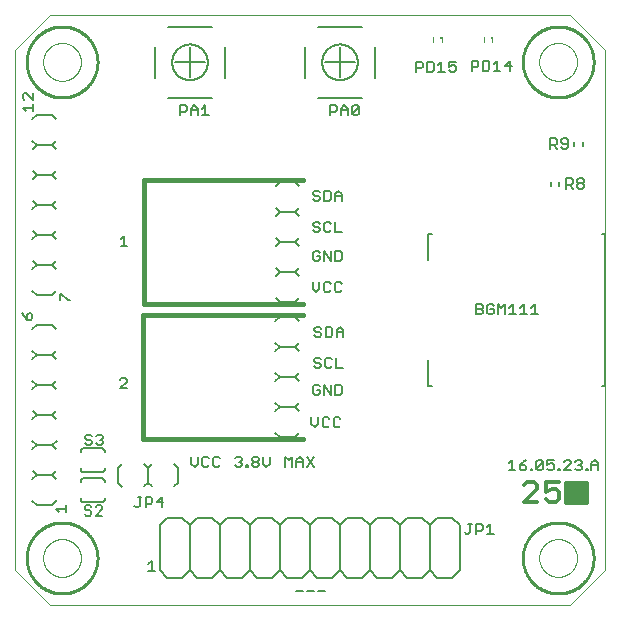
<source format=gto>
G75*
%MOIN*%
%OFA0B0*%
%FSLAX25Y25*%
%IPPOS*%
%LPD*%
%AMOC8*
5,1,8,0,0,1.08239X$1,22.5*
%
%ADD10C,0.01600*%
%ADD11C,0.00600*%
%ADD12C,0.01200*%
%ADD13C,0.00000*%
%ADD14C,0.01000*%
%ADD15C,0.00800*%
%ADD16C,0.00500*%
%ADD17C,0.00400*%
%ADD18R,0.00886X0.00984*%
D10*
X0111800Y0153800D02*
X0111800Y0195139D01*
X0164950Y0195139D01*
X0165050Y0198800D02*
X0111900Y0198800D01*
X0111900Y0240139D01*
X0165050Y0240139D01*
X0164950Y0153800D02*
X0111800Y0153800D01*
X0252700Y0139400D02*
X0252700Y0133000D01*
X0259300Y0133000D01*
X0259300Y0139400D01*
X0252700Y0139400D01*
X0252700Y0138463D02*
X0259300Y0138463D01*
X0259300Y0136864D02*
X0252700Y0136864D01*
X0252700Y0135266D02*
X0259300Y0135266D01*
X0259300Y0133667D02*
X0252700Y0133667D01*
D11*
X0251916Y0143500D02*
X0254184Y0145769D01*
X0254184Y0146336D01*
X0253617Y0146903D01*
X0252483Y0146903D01*
X0251916Y0146336D01*
X0250641Y0144067D02*
X0250641Y0143500D01*
X0250074Y0143500D01*
X0250074Y0144067D01*
X0250641Y0144067D01*
X0251916Y0143500D02*
X0254184Y0143500D01*
X0255599Y0144067D02*
X0256166Y0143500D01*
X0257300Y0143500D01*
X0257867Y0144067D01*
X0257867Y0144634D01*
X0257300Y0145201D01*
X0256733Y0145201D01*
X0257300Y0145201D02*
X0257867Y0145769D01*
X0257867Y0146336D01*
X0257300Y0146903D01*
X0256166Y0146903D01*
X0255599Y0146336D01*
X0259282Y0144067D02*
X0259849Y0144067D01*
X0259849Y0143500D01*
X0259282Y0143500D01*
X0259282Y0144067D01*
X0261124Y0143500D02*
X0261124Y0145769D01*
X0262258Y0146903D01*
X0263392Y0145769D01*
X0263392Y0143500D01*
X0263392Y0145201D02*
X0261124Y0145201D01*
X0248660Y0145201D02*
X0248660Y0144067D01*
X0248092Y0143500D01*
X0246958Y0143500D01*
X0246391Y0144067D01*
X0246391Y0145201D02*
X0247525Y0145769D01*
X0248092Y0145769D01*
X0248660Y0145201D01*
X0248660Y0146903D02*
X0246391Y0146903D01*
X0246391Y0145201D01*
X0244976Y0144067D02*
X0244409Y0143500D01*
X0243275Y0143500D01*
X0242708Y0144067D01*
X0244976Y0146336D01*
X0244976Y0144067D01*
X0242708Y0144067D02*
X0242708Y0146336D01*
X0243275Y0146903D01*
X0244409Y0146903D01*
X0244976Y0146336D01*
X0241433Y0144067D02*
X0241433Y0143500D01*
X0240866Y0143500D01*
X0240866Y0144067D01*
X0241433Y0144067D01*
X0239452Y0144067D02*
X0239452Y0144634D01*
X0238885Y0145201D01*
X0237183Y0145201D01*
X0237183Y0144067D01*
X0237750Y0143500D01*
X0238885Y0143500D01*
X0239452Y0144067D01*
X0237183Y0145201D02*
X0238317Y0146336D01*
X0239452Y0146903D01*
X0234634Y0146903D02*
X0234634Y0143500D01*
X0233500Y0143500D02*
X0235769Y0143500D01*
X0233500Y0145769D02*
X0234634Y0146903D01*
X0214800Y0127600D02*
X0217300Y0125100D01*
X0217300Y0110100D01*
X0214800Y0107600D01*
X0209800Y0107600D01*
X0207300Y0110100D01*
X0207300Y0125100D01*
X0209800Y0127600D01*
X0214800Y0127600D01*
X0220034Y0125603D02*
X0221169Y0125603D01*
X0220601Y0125603D02*
X0220601Y0122767D01*
X0220034Y0122200D01*
X0219467Y0122200D01*
X0218900Y0122767D01*
X0222583Y0122200D02*
X0222583Y0125603D01*
X0224285Y0125603D01*
X0224852Y0125036D01*
X0224852Y0123901D01*
X0224285Y0123334D01*
X0222583Y0123334D01*
X0226266Y0122200D02*
X0228535Y0122200D01*
X0227401Y0122200D02*
X0227401Y0125603D01*
X0226266Y0124469D01*
X0207300Y0125100D02*
X0204800Y0127600D01*
X0199800Y0127600D01*
X0197300Y0125100D01*
X0197300Y0110100D01*
X0194800Y0107600D01*
X0189800Y0107600D01*
X0187300Y0110100D01*
X0187300Y0125100D01*
X0189800Y0127600D01*
X0194800Y0127600D01*
X0197300Y0125100D01*
X0187300Y0125100D02*
X0184800Y0127600D01*
X0179800Y0127600D01*
X0177300Y0125100D01*
X0177300Y0110100D01*
X0179800Y0107600D01*
X0184800Y0107600D01*
X0187300Y0110100D01*
X0177300Y0110100D02*
X0174800Y0107600D01*
X0169800Y0107600D01*
X0167300Y0110100D01*
X0167300Y0125100D01*
X0169800Y0127600D01*
X0174800Y0127600D01*
X0177300Y0125100D01*
X0167300Y0125100D02*
X0164800Y0127600D01*
X0159800Y0127600D01*
X0157300Y0125100D01*
X0157300Y0110100D01*
X0159800Y0107600D01*
X0164800Y0107600D01*
X0167300Y0110100D01*
X0166383Y0103401D02*
X0168652Y0103401D01*
X0170066Y0103401D02*
X0172335Y0103401D01*
X0164969Y0103401D02*
X0162700Y0103401D01*
X0157300Y0110100D02*
X0154800Y0107600D01*
X0149800Y0107600D01*
X0147300Y0110100D01*
X0147300Y0125100D01*
X0149800Y0127600D01*
X0154800Y0127600D01*
X0157300Y0125100D01*
X0147300Y0125100D02*
X0144800Y0127600D01*
X0139800Y0127600D01*
X0137300Y0125100D01*
X0137300Y0110100D01*
X0139800Y0107600D01*
X0144800Y0107600D01*
X0147300Y0110100D01*
X0137300Y0110100D02*
X0134800Y0107600D01*
X0129800Y0107600D01*
X0127300Y0110100D01*
X0127300Y0125100D01*
X0129800Y0127600D01*
X0134800Y0127600D01*
X0137300Y0125100D01*
X0127300Y0125100D02*
X0124800Y0127600D01*
X0119800Y0127600D01*
X0117300Y0125100D01*
X0117300Y0110100D01*
X0119800Y0107600D01*
X0124800Y0107600D01*
X0127300Y0110100D01*
X0115669Y0110000D02*
X0113400Y0110000D01*
X0114534Y0110000D02*
X0114534Y0113403D01*
X0113400Y0112269D01*
X0098102Y0128400D02*
X0095833Y0128400D01*
X0098102Y0130669D01*
X0098102Y0131236D01*
X0097535Y0131803D01*
X0096400Y0131803D01*
X0095833Y0131236D01*
X0094419Y0131236D02*
X0093851Y0131803D01*
X0092717Y0131803D01*
X0092150Y0131236D01*
X0092150Y0130669D01*
X0092717Y0130101D01*
X0093851Y0130101D01*
X0094419Y0129534D01*
X0094419Y0128967D01*
X0093851Y0128400D01*
X0092717Y0128400D01*
X0092150Y0128967D01*
X0086000Y0129600D02*
X0086000Y0131869D01*
X0086000Y0130734D02*
X0082597Y0130734D01*
X0083731Y0129600D01*
X0081243Y0131925D02*
X0082943Y0133425D01*
X0081243Y0131925D02*
X0076243Y0131925D01*
X0074743Y0133325D01*
X0074743Y0140525D02*
X0076243Y0141925D01*
X0074843Y0143325D01*
X0076243Y0141925D02*
X0081243Y0141925D01*
X0082743Y0143325D01*
X0081243Y0141925D02*
X0082743Y0140525D01*
X0082743Y0150525D02*
X0081243Y0151925D01*
X0076243Y0151925D01*
X0074743Y0150525D01*
X0076243Y0151925D02*
X0074743Y0153325D01*
X0081243Y0151925D02*
X0082843Y0153325D01*
X0082743Y0160525D02*
X0081243Y0161925D01*
X0082743Y0163325D01*
X0081243Y0161925D02*
X0076243Y0161925D01*
X0074843Y0163325D01*
X0076243Y0161925D02*
X0074543Y0160525D01*
X0074643Y0170525D02*
X0076243Y0171925D01*
X0074643Y0173325D01*
X0076243Y0171925D02*
X0081243Y0171925D01*
X0082743Y0173325D01*
X0081243Y0171925D02*
X0082743Y0170525D01*
X0082743Y0180525D02*
X0081243Y0181925D01*
X0076243Y0181925D01*
X0074643Y0180525D01*
X0076243Y0181925D02*
X0074743Y0183325D01*
X0081243Y0181925D02*
X0082743Y0183325D01*
X0082643Y0190525D02*
X0081243Y0191925D01*
X0076243Y0191925D01*
X0074743Y0190525D01*
X0074233Y0193700D02*
X0073099Y0193700D01*
X0073099Y0195401D01*
X0073666Y0195969D01*
X0074233Y0195969D01*
X0074800Y0195401D01*
X0074800Y0194267D01*
X0074233Y0193700D01*
X0073099Y0193700D02*
X0071964Y0194834D01*
X0071397Y0195969D01*
X0076325Y0201925D02*
X0081325Y0201925D01*
X0082643Y0203325D01*
X0083897Y0202369D02*
X0084464Y0202369D01*
X0086733Y0200100D01*
X0087300Y0200100D01*
X0083897Y0200100D02*
X0083897Y0202369D01*
X0076325Y0201925D02*
X0074743Y0203325D01*
X0074743Y0210525D02*
X0076243Y0211925D01*
X0074943Y0213225D01*
X0076243Y0211925D02*
X0081243Y0211925D01*
X0082643Y0213325D01*
X0081243Y0211925D02*
X0082643Y0210525D01*
X0082643Y0220525D02*
X0081243Y0221925D01*
X0076243Y0221925D01*
X0074743Y0220525D01*
X0076243Y0221925D02*
X0074843Y0223325D01*
X0081243Y0221925D02*
X0082643Y0223325D01*
X0082643Y0230525D02*
X0081243Y0231925D01*
X0082643Y0233325D01*
X0081243Y0231925D02*
X0076243Y0231925D01*
X0074943Y0233225D01*
X0076243Y0231925D02*
X0074743Y0230525D01*
X0074943Y0240625D02*
X0076243Y0241925D01*
X0074843Y0243325D01*
X0076243Y0241925D02*
X0081243Y0241925D01*
X0082643Y0243325D01*
X0081243Y0241925D02*
X0082543Y0240625D01*
X0082643Y0250525D02*
X0081243Y0251925D01*
X0082543Y0253225D01*
X0081243Y0251925D02*
X0076243Y0251925D01*
X0074743Y0253325D01*
X0076243Y0251925D02*
X0074843Y0250625D01*
X0074743Y0260525D02*
X0076243Y0261925D01*
X0081243Y0261925D01*
X0082643Y0260525D01*
X0074900Y0263200D02*
X0074900Y0265469D01*
X0074900Y0264334D02*
X0071497Y0264334D01*
X0072631Y0263200D01*
X0072064Y0266883D02*
X0071497Y0267450D01*
X0071497Y0268585D01*
X0072064Y0269152D01*
X0072631Y0269152D01*
X0074900Y0266883D01*
X0074900Y0269152D01*
X0105334Y0221603D02*
X0105334Y0218200D01*
X0104200Y0218200D02*
X0106469Y0218200D01*
X0104200Y0220469D02*
X0105334Y0221603D01*
X0123900Y0261800D02*
X0123900Y0265203D01*
X0125601Y0265203D01*
X0126169Y0264636D01*
X0126169Y0263501D01*
X0125601Y0262934D01*
X0123900Y0262934D01*
X0127583Y0263501D02*
X0129852Y0263501D01*
X0129852Y0264069D02*
X0129852Y0261800D01*
X0131266Y0261800D02*
X0133535Y0261800D01*
X0132401Y0261800D02*
X0132401Y0265203D01*
X0131266Y0264069D01*
X0129852Y0264069D02*
X0128717Y0265203D01*
X0127583Y0264069D01*
X0127583Y0261800D01*
X0155900Y0238100D02*
X0157300Y0239500D01*
X0162300Y0239500D01*
X0163700Y0238100D01*
X0168300Y0236136D02*
X0168300Y0235569D01*
X0168867Y0235001D01*
X0170001Y0235001D01*
X0170569Y0234434D01*
X0170569Y0233867D01*
X0170001Y0233300D01*
X0168867Y0233300D01*
X0168300Y0233867D01*
X0168300Y0236136D02*
X0168867Y0236703D01*
X0170001Y0236703D01*
X0170569Y0236136D01*
X0171983Y0236703D02*
X0173685Y0236703D01*
X0174252Y0236136D01*
X0174252Y0233867D01*
X0173685Y0233300D01*
X0171983Y0233300D01*
X0171983Y0236703D01*
X0175666Y0235569D02*
X0176801Y0236703D01*
X0177935Y0235569D01*
X0177935Y0233300D01*
X0177935Y0235001D02*
X0175666Y0235001D01*
X0175666Y0235569D02*
X0175666Y0233300D01*
X0175766Y0226303D02*
X0175766Y0222900D01*
X0178035Y0222900D01*
X0174352Y0223467D02*
X0173785Y0222900D01*
X0172650Y0222900D01*
X0172083Y0223467D01*
X0172083Y0225736D01*
X0172650Y0226303D01*
X0173785Y0226303D01*
X0174352Y0225736D01*
X0170669Y0225736D02*
X0170101Y0226303D01*
X0168967Y0226303D01*
X0168400Y0225736D01*
X0168400Y0225169D01*
X0168967Y0224601D01*
X0170101Y0224601D01*
X0170669Y0224034D01*
X0170669Y0223467D01*
X0170101Y0222900D01*
X0168967Y0222900D01*
X0168400Y0223467D01*
X0163700Y0220900D02*
X0162300Y0219500D01*
X0157300Y0219500D01*
X0155900Y0220900D01*
X0157300Y0219500D02*
X0155900Y0218100D01*
X0162300Y0219500D02*
X0163700Y0218100D01*
X0168400Y0216036D02*
X0168400Y0213767D01*
X0168967Y0213200D01*
X0170101Y0213200D01*
X0170669Y0213767D01*
X0170669Y0214901D01*
X0169534Y0214901D01*
X0168400Y0216036D02*
X0168967Y0216603D01*
X0170101Y0216603D01*
X0170669Y0216036D01*
X0172083Y0216603D02*
X0174352Y0213200D01*
X0174352Y0216603D01*
X0175766Y0216603D02*
X0177468Y0216603D01*
X0178035Y0216036D01*
X0178035Y0213767D01*
X0177468Y0213200D01*
X0175766Y0213200D01*
X0175766Y0216603D01*
X0172083Y0216603D02*
X0172083Y0213200D01*
X0172450Y0206303D02*
X0171883Y0205736D01*
X0171883Y0203467D01*
X0172450Y0202900D01*
X0173585Y0202900D01*
X0174152Y0203467D01*
X0175566Y0203467D02*
X0176133Y0202900D01*
X0177268Y0202900D01*
X0177835Y0203467D01*
X0175566Y0203467D02*
X0175566Y0205736D01*
X0176133Y0206303D01*
X0177268Y0206303D01*
X0177835Y0205736D01*
X0174152Y0205736D02*
X0173585Y0206303D01*
X0172450Y0206303D01*
X0170469Y0206303D02*
X0170469Y0204034D01*
X0169334Y0202900D01*
X0168200Y0204034D01*
X0168200Y0206303D01*
X0163700Y0208100D02*
X0162300Y0209500D01*
X0157300Y0209500D01*
X0155900Y0208100D01*
X0157300Y0209500D02*
X0155900Y0210900D01*
X0162300Y0209500D02*
X0163700Y0210900D01*
X0163700Y0200900D02*
X0162300Y0199500D01*
X0157300Y0199500D01*
X0155900Y0200900D01*
X0157200Y0194500D02*
X0155800Y0193100D01*
X0157200Y0194500D02*
X0162200Y0194500D01*
X0163600Y0193100D01*
X0168800Y0190736D02*
X0168800Y0190169D01*
X0169367Y0189601D01*
X0170501Y0189601D01*
X0171069Y0189034D01*
X0171069Y0188467D01*
X0170501Y0187900D01*
X0169367Y0187900D01*
X0168800Y0188467D01*
X0168800Y0190736D02*
X0169367Y0191303D01*
X0170501Y0191303D01*
X0171069Y0190736D01*
X0172483Y0191303D02*
X0174185Y0191303D01*
X0174752Y0190736D01*
X0174752Y0188467D01*
X0174185Y0187900D01*
X0172483Y0187900D01*
X0172483Y0191303D01*
X0176166Y0190169D02*
X0176166Y0187900D01*
X0176166Y0189601D02*
X0178435Y0189601D01*
X0178435Y0190169D02*
X0178435Y0187900D01*
X0178435Y0190169D02*
X0177301Y0191303D01*
X0176166Y0190169D01*
X0175966Y0181003D02*
X0175966Y0177600D01*
X0178235Y0177600D01*
X0174552Y0178167D02*
X0173985Y0177600D01*
X0172850Y0177600D01*
X0172283Y0178167D01*
X0172283Y0180436D01*
X0172850Y0181003D01*
X0173985Y0181003D01*
X0174552Y0180436D01*
X0170869Y0180436D02*
X0170301Y0181003D01*
X0169167Y0181003D01*
X0168600Y0180436D01*
X0168600Y0179869D01*
X0169167Y0179301D01*
X0170301Y0179301D01*
X0170869Y0178734D01*
X0170869Y0178167D01*
X0170301Y0177600D01*
X0169167Y0177600D01*
X0168600Y0178167D01*
X0163600Y0175900D02*
X0162200Y0174500D01*
X0157200Y0174500D01*
X0155800Y0175900D01*
X0157200Y0174500D02*
X0155800Y0173100D01*
X0162200Y0174500D02*
X0163600Y0173100D01*
X0168400Y0171436D02*
X0168400Y0169167D01*
X0168967Y0168600D01*
X0170101Y0168600D01*
X0170669Y0169167D01*
X0170669Y0170301D01*
X0169534Y0170301D01*
X0168400Y0171436D02*
X0168967Y0172003D01*
X0170101Y0172003D01*
X0170669Y0171436D01*
X0172083Y0172003D02*
X0172083Y0168600D01*
X0174352Y0168600D02*
X0172083Y0172003D01*
X0174352Y0172003D02*
X0174352Y0168600D01*
X0175766Y0168600D02*
X0177468Y0168600D01*
X0178035Y0169167D01*
X0178035Y0171436D01*
X0177468Y0172003D01*
X0175766Y0172003D01*
X0175766Y0168600D01*
X0175733Y0161203D02*
X0175166Y0160636D01*
X0175166Y0158367D01*
X0175733Y0157800D01*
X0176868Y0157800D01*
X0177435Y0158367D01*
X0177435Y0160636D02*
X0176868Y0161203D01*
X0175733Y0161203D01*
X0173752Y0160636D02*
X0173185Y0161203D01*
X0172050Y0161203D01*
X0171483Y0160636D01*
X0171483Y0158367D01*
X0172050Y0157800D01*
X0173185Y0157800D01*
X0173752Y0158367D01*
X0170069Y0158934D02*
X0170069Y0161203D01*
X0170069Y0158934D02*
X0168934Y0157800D01*
X0167800Y0158934D01*
X0167800Y0161203D01*
X0163600Y0163100D02*
X0162200Y0164500D01*
X0157200Y0164500D01*
X0155800Y0163100D01*
X0157200Y0164500D02*
X0155800Y0165900D01*
X0162200Y0164500D02*
X0163600Y0165900D01*
X0163600Y0155900D02*
X0162200Y0154500D01*
X0157200Y0154500D01*
X0155800Y0155900D01*
X0153909Y0148003D02*
X0153909Y0145734D01*
X0152775Y0144600D01*
X0151640Y0145734D01*
X0151640Y0148003D01*
X0150226Y0147436D02*
X0150226Y0146869D01*
X0149659Y0146301D01*
X0148524Y0146301D01*
X0147957Y0146869D01*
X0147957Y0147436D01*
X0148524Y0148003D01*
X0149659Y0148003D01*
X0150226Y0147436D01*
X0149659Y0146301D02*
X0150226Y0145734D01*
X0150226Y0145167D01*
X0149659Y0144600D01*
X0148524Y0144600D01*
X0147957Y0145167D01*
X0147957Y0145734D01*
X0148524Y0146301D01*
X0146683Y0145167D02*
X0146683Y0144600D01*
X0146116Y0144600D01*
X0146116Y0145167D01*
X0146683Y0145167D01*
X0144701Y0145167D02*
X0144134Y0144600D01*
X0143000Y0144600D01*
X0142433Y0145167D01*
X0143567Y0146301D02*
X0144134Y0146301D01*
X0144701Y0145734D01*
X0144701Y0145167D01*
X0144134Y0146301D02*
X0144701Y0146869D01*
X0144701Y0147436D01*
X0144134Y0148003D01*
X0143000Y0148003D01*
X0142433Y0147436D01*
X0137335Y0147436D02*
X0136768Y0148003D01*
X0135633Y0148003D01*
X0135066Y0147436D01*
X0135066Y0145167D01*
X0135633Y0144600D01*
X0136768Y0144600D01*
X0137335Y0145167D01*
X0133652Y0145167D02*
X0133085Y0144600D01*
X0131950Y0144600D01*
X0131383Y0145167D01*
X0131383Y0147436D01*
X0131950Y0148003D01*
X0133085Y0148003D01*
X0133652Y0147436D01*
X0129969Y0148003D02*
X0129969Y0145734D01*
X0128834Y0144600D01*
X0127700Y0145734D01*
X0127700Y0148003D01*
X0123400Y0144400D02*
X0123400Y0139400D01*
X0122100Y0138100D01*
X0117868Y0134503D02*
X0116166Y0132801D01*
X0118435Y0132801D01*
X0117868Y0131100D02*
X0117868Y0134503D01*
X0114752Y0133936D02*
X0114752Y0132801D01*
X0114185Y0132234D01*
X0112483Y0132234D01*
X0112483Y0131100D02*
X0112483Y0134503D01*
X0114185Y0134503D01*
X0114752Y0133936D01*
X0111069Y0134503D02*
X0109934Y0134503D01*
X0110501Y0134503D02*
X0110501Y0131667D01*
X0109934Y0131100D01*
X0109367Y0131100D01*
X0108800Y0131667D01*
X0112100Y0138100D02*
X0113400Y0139400D01*
X0114700Y0138100D01*
X0113400Y0139400D02*
X0113400Y0144400D01*
X0114700Y0145700D01*
X0113400Y0144400D02*
X0112100Y0145700D01*
X0104700Y0145600D02*
X0103400Y0144400D01*
X0103400Y0139400D01*
X0104700Y0138000D01*
X0097735Y0152000D02*
X0096600Y0152000D01*
X0096033Y0152567D01*
X0094619Y0152567D02*
X0094051Y0152000D01*
X0092917Y0152000D01*
X0092350Y0152567D01*
X0092917Y0153701D02*
X0094051Y0153701D01*
X0094619Y0153134D01*
X0094619Y0152567D01*
X0092917Y0153701D02*
X0092350Y0154269D01*
X0092350Y0154836D01*
X0092917Y0155403D01*
X0094051Y0155403D01*
X0094619Y0154836D01*
X0096033Y0154836D02*
X0096600Y0155403D01*
X0097735Y0155403D01*
X0098302Y0154836D01*
X0098302Y0154269D01*
X0097735Y0153701D01*
X0098302Y0153134D01*
X0098302Y0152567D01*
X0097735Y0152000D01*
X0097735Y0153701D02*
X0097167Y0153701D01*
X0103900Y0170800D02*
X0106169Y0173069D01*
X0106169Y0173636D01*
X0105601Y0174203D01*
X0104467Y0174203D01*
X0103900Y0173636D01*
X0103900Y0170800D02*
X0106169Y0170800D01*
X0122100Y0145700D02*
X0123400Y0144400D01*
X0159007Y0144600D02*
X0159007Y0148003D01*
X0160141Y0146869D01*
X0161275Y0148003D01*
X0161275Y0144600D01*
X0162690Y0144600D02*
X0162690Y0146869D01*
X0163824Y0148003D01*
X0164958Y0146869D01*
X0164958Y0144600D01*
X0166373Y0144600D02*
X0168642Y0148003D01*
X0166373Y0148003D02*
X0168642Y0144600D01*
X0164958Y0146301D02*
X0162690Y0146301D01*
X0197300Y0110100D02*
X0199800Y0107600D01*
X0204800Y0107600D01*
X0207300Y0110100D01*
X0163600Y0183100D02*
X0162200Y0184500D01*
X0157200Y0184500D01*
X0155800Y0183100D01*
X0157200Y0184500D02*
X0155800Y0185900D01*
X0162200Y0184500D02*
X0163600Y0185900D01*
X0163700Y0228100D02*
X0162300Y0229500D01*
X0157300Y0229500D01*
X0155900Y0228100D01*
X0157300Y0229500D02*
X0155900Y0230900D01*
X0162300Y0229500D02*
X0163700Y0230900D01*
X0173900Y0261800D02*
X0173900Y0265203D01*
X0175601Y0265203D01*
X0176169Y0264636D01*
X0176169Y0263501D01*
X0175601Y0262934D01*
X0173900Y0262934D01*
X0177583Y0263501D02*
X0179852Y0263501D01*
X0179852Y0264069D02*
X0179852Y0261800D01*
X0181266Y0262367D02*
X0183535Y0264636D01*
X0183535Y0262367D01*
X0182968Y0261800D01*
X0181833Y0261800D01*
X0181266Y0262367D01*
X0181266Y0264636D01*
X0181833Y0265203D01*
X0182968Y0265203D01*
X0183535Y0264636D01*
X0179852Y0264069D02*
X0178717Y0265203D01*
X0177583Y0264069D01*
X0177583Y0261800D01*
X0202563Y0276337D02*
X0202563Y0279740D01*
X0204264Y0279740D01*
X0204832Y0279173D01*
X0204832Y0278038D01*
X0204264Y0277471D01*
X0202563Y0277471D01*
X0206246Y0276337D02*
X0207948Y0276337D01*
X0208515Y0276904D01*
X0208515Y0279173D01*
X0207948Y0279740D01*
X0206246Y0279740D01*
X0206246Y0276337D01*
X0209929Y0276337D02*
X0212198Y0276337D01*
X0211064Y0276337D02*
X0211064Y0279740D01*
X0209929Y0278606D01*
X0213612Y0278038D02*
X0214747Y0278606D01*
X0215314Y0278606D01*
X0215881Y0278038D01*
X0215881Y0276904D01*
X0215314Y0276337D01*
X0214180Y0276337D01*
X0213612Y0276904D01*
X0213612Y0278038D02*
X0213612Y0279740D01*
X0215881Y0279740D01*
X0221163Y0280040D02*
X0221163Y0276637D01*
X0221163Y0277771D02*
X0222864Y0277771D01*
X0223432Y0278338D01*
X0223432Y0279473D01*
X0222864Y0280040D01*
X0221163Y0280040D01*
X0224846Y0280040D02*
X0224846Y0276637D01*
X0226548Y0276637D01*
X0227115Y0277204D01*
X0227115Y0279473D01*
X0226548Y0280040D01*
X0224846Y0280040D01*
X0228529Y0278906D02*
X0229664Y0280040D01*
X0229664Y0276637D01*
X0230798Y0276637D02*
X0228529Y0276637D01*
X0232212Y0278338D02*
X0233914Y0280040D01*
X0233914Y0276637D01*
X0234481Y0278338D02*
X0232212Y0278338D01*
X0247400Y0254103D02*
X0249101Y0254103D01*
X0249669Y0253536D01*
X0249669Y0252401D01*
X0249101Y0251834D01*
X0247400Y0251834D01*
X0247400Y0250700D02*
X0247400Y0254103D01*
X0248534Y0251834D02*
X0249669Y0250700D01*
X0251083Y0251267D02*
X0251650Y0250700D01*
X0252785Y0250700D01*
X0253352Y0251267D01*
X0253352Y0253536D01*
X0252785Y0254103D01*
X0251650Y0254103D01*
X0251083Y0253536D01*
X0251083Y0252969D01*
X0251650Y0252401D01*
X0253352Y0252401D01*
X0255398Y0253001D02*
X0255398Y0251599D01*
X0258202Y0251599D02*
X0258202Y0253001D01*
X0258085Y0240803D02*
X0256950Y0240803D01*
X0256383Y0240236D01*
X0256383Y0239669D01*
X0256950Y0239101D01*
X0258085Y0239101D01*
X0258652Y0238534D01*
X0258652Y0237967D01*
X0258085Y0237400D01*
X0256950Y0237400D01*
X0256383Y0237967D01*
X0256383Y0238534D01*
X0256950Y0239101D01*
X0258085Y0239101D02*
X0258652Y0239669D01*
X0258652Y0240236D01*
X0258085Y0240803D01*
X0254969Y0240236D02*
X0254969Y0239101D01*
X0254401Y0238534D01*
X0252700Y0238534D01*
X0252700Y0237400D02*
X0252700Y0240803D01*
X0254401Y0240803D01*
X0254969Y0240236D01*
X0253834Y0238534D02*
X0254969Y0237400D01*
X0250402Y0238299D02*
X0250402Y0239701D01*
X0247598Y0239701D02*
X0247598Y0238299D01*
X0242185Y0198822D02*
X0241051Y0197687D01*
X0242185Y0198822D02*
X0242185Y0195419D01*
X0241051Y0195419D02*
X0243320Y0195419D01*
X0239637Y0195419D02*
X0237368Y0195419D01*
X0238502Y0195419D02*
X0238502Y0198822D01*
X0237368Y0197687D01*
X0235953Y0195419D02*
X0233685Y0195419D01*
X0234819Y0195419D02*
X0234819Y0198822D01*
X0233685Y0197687D01*
X0232270Y0198822D02*
X0232270Y0195419D01*
X0230002Y0195419D02*
X0230002Y0198822D01*
X0231136Y0197687D01*
X0232270Y0198822D01*
X0228587Y0198255D02*
X0228020Y0198822D01*
X0226886Y0198822D01*
X0226319Y0198255D01*
X0226319Y0195986D01*
X0226886Y0195419D01*
X0228020Y0195419D01*
X0228587Y0195986D01*
X0228587Y0197120D01*
X0227453Y0197120D01*
X0224904Y0196553D02*
X0224904Y0195986D01*
X0224337Y0195419D01*
X0222635Y0195419D01*
X0222635Y0198822D01*
X0224337Y0198822D01*
X0224904Y0198255D01*
X0224904Y0197687D01*
X0224337Y0197120D01*
X0222635Y0197120D01*
X0224337Y0197120D02*
X0224904Y0196553D01*
D12*
X0239634Y0139606D02*
X0238500Y0138472D01*
X0239634Y0139606D02*
X0241903Y0139606D01*
X0243037Y0138472D01*
X0243037Y0137337D01*
X0238500Y0132800D01*
X0243037Y0132800D01*
X0245866Y0133934D02*
X0247001Y0132800D01*
X0249269Y0132800D01*
X0250403Y0133934D01*
X0250403Y0136203D01*
X0249269Y0137337D01*
X0248135Y0137337D01*
X0245866Y0136203D01*
X0245866Y0139606D01*
X0250403Y0139606D01*
D13*
X0080711Y0098500D02*
X0068900Y0110311D01*
X0068900Y0283539D01*
X0080711Y0295350D01*
X0253939Y0295350D01*
X0265750Y0283539D01*
X0265750Y0110311D01*
X0253939Y0098500D01*
X0080711Y0098500D01*
X0078349Y0114248D02*
X0078351Y0114406D01*
X0078357Y0114564D01*
X0078367Y0114722D01*
X0078381Y0114880D01*
X0078399Y0115037D01*
X0078420Y0115194D01*
X0078446Y0115350D01*
X0078476Y0115506D01*
X0078509Y0115661D01*
X0078547Y0115814D01*
X0078588Y0115967D01*
X0078633Y0116119D01*
X0078682Y0116270D01*
X0078735Y0116419D01*
X0078791Y0116567D01*
X0078851Y0116713D01*
X0078915Y0116858D01*
X0078983Y0117001D01*
X0079054Y0117143D01*
X0079128Y0117283D01*
X0079206Y0117420D01*
X0079288Y0117556D01*
X0079372Y0117690D01*
X0079461Y0117821D01*
X0079552Y0117950D01*
X0079647Y0118077D01*
X0079744Y0118202D01*
X0079845Y0118324D01*
X0079949Y0118443D01*
X0080056Y0118560D01*
X0080166Y0118674D01*
X0080279Y0118785D01*
X0080394Y0118894D01*
X0080512Y0118999D01*
X0080633Y0119101D01*
X0080756Y0119201D01*
X0080882Y0119297D01*
X0081010Y0119390D01*
X0081140Y0119480D01*
X0081273Y0119566D01*
X0081408Y0119650D01*
X0081544Y0119729D01*
X0081683Y0119806D01*
X0081824Y0119878D01*
X0081966Y0119948D01*
X0082110Y0120013D01*
X0082256Y0120075D01*
X0082403Y0120133D01*
X0082552Y0120188D01*
X0082702Y0120239D01*
X0082853Y0120286D01*
X0083005Y0120329D01*
X0083158Y0120368D01*
X0083313Y0120404D01*
X0083468Y0120435D01*
X0083624Y0120463D01*
X0083780Y0120487D01*
X0083937Y0120507D01*
X0084095Y0120523D01*
X0084252Y0120535D01*
X0084411Y0120543D01*
X0084569Y0120547D01*
X0084727Y0120547D01*
X0084885Y0120543D01*
X0085044Y0120535D01*
X0085201Y0120523D01*
X0085359Y0120507D01*
X0085516Y0120487D01*
X0085672Y0120463D01*
X0085828Y0120435D01*
X0085983Y0120404D01*
X0086138Y0120368D01*
X0086291Y0120329D01*
X0086443Y0120286D01*
X0086594Y0120239D01*
X0086744Y0120188D01*
X0086893Y0120133D01*
X0087040Y0120075D01*
X0087186Y0120013D01*
X0087330Y0119948D01*
X0087472Y0119878D01*
X0087613Y0119806D01*
X0087752Y0119729D01*
X0087888Y0119650D01*
X0088023Y0119566D01*
X0088156Y0119480D01*
X0088286Y0119390D01*
X0088414Y0119297D01*
X0088540Y0119201D01*
X0088663Y0119101D01*
X0088784Y0118999D01*
X0088902Y0118894D01*
X0089017Y0118785D01*
X0089130Y0118674D01*
X0089240Y0118560D01*
X0089347Y0118443D01*
X0089451Y0118324D01*
X0089552Y0118202D01*
X0089649Y0118077D01*
X0089744Y0117950D01*
X0089835Y0117821D01*
X0089924Y0117690D01*
X0090008Y0117556D01*
X0090090Y0117420D01*
X0090168Y0117283D01*
X0090242Y0117143D01*
X0090313Y0117001D01*
X0090381Y0116858D01*
X0090445Y0116713D01*
X0090505Y0116567D01*
X0090561Y0116419D01*
X0090614Y0116270D01*
X0090663Y0116119D01*
X0090708Y0115967D01*
X0090749Y0115814D01*
X0090787Y0115661D01*
X0090820Y0115506D01*
X0090850Y0115350D01*
X0090876Y0115194D01*
X0090897Y0115037D01*
X0090915Y0114880D01*
X0090929Y0114722D01*
X0090939Y0114564D01*
X0090945Y0114406D01*
X0090947Y0114248D01*
X0090945Y0114090D01*
X0090939Y0113932D01*
X0090929Y0113774D01*
X0090915Y0113616D01*
X0090897Y0113459D01*
X0090876Y0113302D01*
X0090850Y0113146D01*
X0090820Y0112990D01*
X0090787Y0112835D01*
X0090749Y0112682D01*
X0090708Y0112529D01*
X0090663Y0112377D01*
X0090614Y0112226D01*
X0090561Y0112077D01*
X0090505Y0111929D01*
X0090445Y0111783D01*
X0090381Y0111638D01*
X0090313Y0111495D01*
X0090242Y0111353D01*
X0090168Y0111213D01*
X0090090Y0111076D01*
X0090008Y0110940D01*
X0089924Y0110806D01*
X0089835Y0110675D01*
X0089744Y0110546D01*
X0089649Y0110419D01*
X0089552Y0110294D01*
X0089451Y0110172D01*
X0089347Y0110053D01*
X0089240Y0109936D01*
X0089130Y0109822D01*
X0089017Y0109711D01*
X0088902Y0109602D01*
X0088784Y0109497D01*
X0088663Y0109395D01*
X0088540Y0109295D01*
X0088414Y0109199D01*
X0088286Y0109106D01*
X0088156Y0109016D01*
X0088023Y0108930D01*
X0087888Y0108846D01*
X0087752Y0108767D01*
X0087613Y0108690D01*
X0087472Y0108618D01*
X0087330Y0108548D01*
X0087186Y0108483D01*
X0087040Y0108421D01*
X0086893Y0108363D01*
X0086744Y0108308D01*
X0086594Y0108257D01*
X0086443Y0108210D01*
X0086291Y0108167D01*
X0086138Y0108128D01*
X0085983Y0108092D01*
X0085828Y0108061D01*
X0085672Y0108033D01*
X0085516Y0108009D01*
X0085359Y0107989D01*
X0085201Y0107973D01*
X0085044Y0107961D01*
X0084885Y0107953D01*
X0084727Y0107949D01*
X0084569Y0107949D01*
X0084411Y0107953D01*
X0084252Y0107961D01*
X0084095Y0107973D01*
X0083937Y0107989D01*
X0083780Y0108009D01*
X0083624Y0108033D01*
X0083468Y0108061D01*
X0083313Y0108092D01*
X0083158Y0108128D01*
X0083005Y0108167D01*
X0082853Y0108210D01*
X0082702Y0108257D01*
X0082552Y0108308D01*
X0082403Y0108363D01*
X0082256Y0108421D01*
X0082110Y0108483D01*
X0081966Y0108548D01*
X0081824Y0108618D01*
X0081683Y0108690D01*
X0081544Y0108767D01*
X0081408Y0108846D01*
X0081273Y0108930D01*
X0081140Y0109016D01*
X0081010Y0109106D01*
X0080882Y0109199D01*
X0080756Y0109295D01*
X0080633Y0109395D01*
X0080512Y0109497D01*
X0080394Y0109602D01*
X0080279Y0109711D01*
X0080166Y0109822D01*
X0080056Y0109936D01*
X0079949Y0110053D01*
X0079845Y0110172D01*
X0079744Y0110294D01*
X0079647Y0110419D01*
X0079552Y0110546D01*
X0079461Y0110675D01*
X0079372Y0110806D01*
X0079288Y0110940D01*
X0079206Y0111076D01*
X0079128Y0111213D01*
X0079054Y0111353D01*
X0078983Y0111495D01*
X0078915Y0111638D01*
X0078851Y0111783D01*
X0078791Y0111929D01*
X0078735Y0112077D01*
X0078682Y0112226D01*
X0078633Y0112377D01*
X0078588Y0112529D01*
X0078547Y0112682D01*
X0078509Y0112835D01*
X0078476Y0112990D01*
X0078446Y0113146D01*
X0078420Y0113302D01*
X0078399Y0113459D01*
X0078381Y0113616D01*
X0078367Y0113774D01*
X0078357Y0113932D01*
X0078351Y0114090D01*
X0078349Y0114248D01*
X0078349Y0279602D02*
X0078351Y0279760D01*
X0078357Y0279918D01*
X0078367Y0280076D01*
X0078381Y0280234D01*
X0078399Y0280391D01*
X0078420Y0280548D01*
X0078446Y0280704D01*
X0078476Y0280860D01*
X0078509Y0281015D01*
X0078547Y0281168D01*
X0078588Y0281321D01*
X0078633Y0281473D01*
X0078682Y0281624D01*
X0078735Y0281773D01*
X0078791Y0281921D01*
X0078851Y0282067D01*
X0078915Y0282212D01*
X0078983Y0282355D01*
X0079054Y0282497D01*
X0079128Y0282637D01*
X0079206Y0282774D01*
X0079288Y0282910D01*
X0079372Y0283044D01*
X0079461Y0283175D01*
X0079552Y0283304D01*
X0079647Y0283431D01*
X0079744Y0283556D01*
X0079845Y0283678D01*
X0079949Y0283797D01*
X0080056Y0283914D01*
X0080166Y0284028D01*
X0080279Y0284139D01*
X0080394Y0284248D01*
X0080512Y0284353D01*
X0080633Y0284455D01*
X0080756Y0284555D01*
X0080882Y0284651D01*
X0081010Y0284744D01*
X0081140Y0284834D01*
X0081273Y0284920D01*
X0081408Y0285004D01*
X0081544Y0285083D01*
X0081683Y0285160D01*
X0081824Y0285232D01*
X0081966Y0285302D01*
X0082110Y0285367D01*
X0082256Y0285429D01*
X0082403Y0285487D01*
X0082552Y0285542D01*
X0082702Y0285593D01*
X0082853Y0285640D01*
X0083005Y0285683D01*
X0083158Y0285722D01*
X0083313Y0285758D01*
X0083468Y0285789D01*
X0083624Y0285817D01*
X0083780Y0285841D01*
X0083937Y0285861D01*
X0084095Y0285877D01*
X0084252Y0285889D01*
X0084411Y0285897D01*
X0084569Y0285901D01*
X0084727Y0285901D01*
X0084885Y0285897D01*
X0085044Y0285889D01*
X0085201Y0285877D01*
X0085359Y0285861D01*
X0085516Y0285841D01*
X0085672Y0285817D01*
X0085828Y0285789D01*
X0085983Y0285758D01*
X0086138Y0285722D01*
X0086291Y0285683D01*
X0086443Y0285640D01*
X0086594Y0285593D01*
X0086744Y0285542D01*
X0086893Y0285487D01*
X0087040Y0285429D01*
X0087186Y0285367D01*
X0087330Y0285302D01*
X0087472Y0285232D01*
X0087613Y0285160D01*
X0087752Y0285083D01*
X0087888Y0285004D01*
X0088023Y0284920D01*
X0088156Y0284834D01*
X0088286Y0284744D01*
X0088414Y0284651D01*
X0088540Y0284555D01*
X0088663Y0284455D01*
X0088784Y0284353D01*
X0088902Y0284248D01*
X0089017Y0284139D01*
X0089130Y0284028D01*
X0089240Y0283914D01*
X0089347Y0283797D01*
X0089451Y0283678D01*
X0089552Y0283556D01*
X0089649Y0283431D01*
X0089744Y0283304D01*
X0089835Y0283175D01*
X0089924Y0283044D01*
X0090008Y0282910D01*
X0090090Y0282774D01*
X0090168Y0282637D01*
X0090242Y0282497D01*
X0090313Y0282355D01*
X0090381Y0282212D01*
X0090445Y0282067D01*
X0090505Y0281921D01*
X0090561Y0281773D01*
X0090614Y0281624D01*
X0090663Y0281473D01*
X0090708Y0281321D01*
X0090749Y0281168D01*
X0090787Y0281015D01*
X0090820Y0280860D01*
X0090850Y0280704D01*
X0090876Y0280548D01*
X0090897Y0280391D01*
X0090915Y0280234D01*
X0090929Y0280076D01*
X0090939Y0279918D01*
X0090945Y0279760D01*
X0090947Y0279602D01*
X0090945Y0279444D01*
X0090939Y0279286D01*
X0090929Y0279128D01*
X0090915Y0278970D01*
X0090897Y0278813D01*
X0090876Y0278656D01*
X0090850Y0278500D01*
X0090820Y0278344D01*
X0090787Y0278189D01*
X0090749Y0278036D01*
X0090708Y0277883D01*
X0090663Y0277731D01*
X0090614Y0277580D01*
X0090561Y0277431D01*
X0090505Y0277283D01*
X0090445Y0277137D01*
X0090381Y0276992D01*
X0090313Y0276849D01*
X0090242Y0276707D01*
X0090168Y0276567D01*
X0090090Y0276430D01*
X0090008Y0276294D01*
X0089924Y0276160D01*
X0089835Y0276029D01*
X0089744Y0275900D01*
X0089649Y0275773D01*
X0089552Y0275648D01*
X0089451Y0275526D01*
X0089347Y0275407D01*
X0089240Y0275290D01*
X0089130Y0275176D01*
X0089017Y0275065D01*
X0088902Y0274956D01*
X0088784Y0274851D01*
X0088663Y0274749D01*
X0088540Y0274649D01*
X0088414Y0274553D01*
X0088286Y0274460D01*
X0088156Y0274370D01*
X0088023Y0274284D01*
X0087888Y0274200D01*
X0087752Y0274121D01*
X0087613Y0274044D01*
X0087472Y0273972D01*
X0087330Y0273902D01*
X0087186Y0273837D01*
X0087040Y0273775D01*
X0086893Y0273717D01*
X0086744Y0273662D01*
X0086594Y0273611D01*
X0086443Y0273564D01*
X0086291Y0273521D01*
X0086138Y0273482D01*
X0085983Y0273446D01*
X0085828Y0273415D01*
X0085672Y0273387D01*
X0085516Y0273363D01*
X0085359Y0273343D01*
X0085201Y0273327D01*
X0085044Y0273315D01*
X0084885Y0273307D01*
X0084727Y0273303D01*
X0084569Y0273303D01*
X0084411Y0273307D01*
X0084252Y0273315D01*
X0084095Y0273327D01*
X0083937Y0273343D01*
X0083780Y0273363D01*
X0083624Y0273387D01*
X0083468Y0273415D01*
X0083313Y0273446D01*
X0083158Y0273482D01*
X0083005Y0273521D01*
X0082853Y0273564D01*
X0082702Y0273611D01*
X0082552Y0273662D01*
X0082403Y0273717D01*
X0082256Y0273775D01*
X0082110Y0273837D01*
X0081966Y0273902D01*
X0081824Y0273972D01*
X0081683Y0274044D01*
X0081544Y0274121D01*
X0081408Y0274200D01*
X0081273Y0274284D01*
X0081140Y0274370D01*
X0081010Y0274460D01*
X0080882Y0274553D01*
X0080756Y0274649D01*
X0080633Y0274749D01*
X0080512Y0274851D01*
X0080394Y0274956D01*
X0080279Y0275065D01*
X0080166Y0275176D01*
X0080056Y0275290D01*
X0079949Y0275407D01*
X0079845Y0275526D01*
X0079744Y0275648D01*
X0079647Y0275773D01*
X0079552Y0275900D01*
X0079461Y0276029D01*
X0079372Y0276160D01*
X0079288Y0276294D01*
X0079206Y0276430D01*
X0079128Y0276567D01*
X0079054Y0276707D01*
X0078983Y0276849D01*
X0078915Y0276992D01*
X0078851Y0277137D01*
X0078791Y0277283D01*
X0078735Y0277431D01*
X0078682Y0277580D01*
X0078633Y0277731D01*
X0078588Y0277883D01*
X0078547Y0278036D01*
X0078509Y0278189D01*
X0078476Y0278344D01*
X0078446Y0278500D01*
X0078420Y0278656D01*
X0078399Y0278813D01*
X0078381Y0278970D01*
X0078367Y0279128D01*
X0078357Y0279286D01*
X0078351Y0279444D01*
X0078349Y0279602D01*
X0243703Y0279602D02*
X0243705Y0279760D01*
X0243711Y0279918D01*
X0243721Y0280076D01*
X0243735Y0280234D01*
X0243753Y0280391D01*
X0243774Y0280548D01*
X0243800Y0280704D01*
X0243830Y0280860D01*
X0243863Y0281015D01*
X0243901Y0281168D01*
X0243942Y0281321D01*
X0243987Y0281473D01*
X0244036Y0281624D01*
X0244089Y0281773D01*
X0244145Y0281921D01*
X0244205Y0282067D01*
X0244269Y0282212D01*
X0244337Y0282355D01*
X0244408Y0282497D01*
X0244482Y0282637D01*
X0244560Y0282774D01*
X0244642Y0282910D01*
X0244726Y0283044D01*
X0244815Y0283175D01*
X0244906Y0283304D01*
X0245001Y0283431D01*
X0245098Y0283556D01*
X0245199Y0283678D01*
X0245303Y0283797D01*
X0245410Y0283914D01*
X0245520Y0284028D01*
X0245633Y0284139D01*
X0245748Y0284248D01*
X0245866Y0284353D01*
X0245987Y0284455D01*
X0246110Y0284555D01*
X0246236Y0284651D01*
X0246364Y0284744D01*
X0246494Y0284834D01*
X0246627Y0284920D01*
X0246762Y0285004D01*
X0246898Y0285083D01*
X0247037Y0285160D01*
X0247178Y0285232D01*
X0247320Y0285302D01*
X0247464Y0285367D01*
X0247610Y0285429D01*
X0247757Y0285487D01*
X0247906Y0285542D01*
X0248056Y0285593D01*
X0248207Y0285640D01*
X0248359Y0285683D01*
X0248512Y0285722D01*
X0248667Y0285758D01*
X0248822Y0285789D01*
X0248978Y0285817D01*
X0249134Y0285841D01*
X0249291Y0285861D01*
X0249449Y0285877D01*
X0249606Y0285889D01*
X0249765Y0285897D01*
X0249923Y0285901D01*
X0250081Y0285901D01*
X0250239Y0285897D01*
X0250398Y0285889D01*
X0250555Y0285877D01*
X0250713Y0285861D01*
X0250870Y0285841D01*
X0251026Y0285817D01*
X0251182Y0285789D01*
X0251337Y0285758D01*
X0251492Y0285722D01*
X0251645Y0285683D01*
X0251797Y0285640D01*
X0251948Y0285593D01*
X0252098Y0285542D01*
X0252247Y0285487D01*
X0252394Y0285429D01*
X0252540Y0285367D01*
X0252684Y0285302D01*
X0252826Y0285232D01*
X0252967Y0285160D01*
X0253106Y0285083D01*
X0253242Y0285004D01*
X0253377Y0284920D01*
X0253510Y0284834D01*
X0253640Y0284744D01*
X0253768Y0284651D01*
X0253894Y0284555D01*
X0254017Y0284455D01*
X0254138Y0284353D01*
X0254256Y0284248D01*
X0254371Y0284139D01*
X0254484Y0284028D01*
X0254594Y0283914D01*
X0254701Y0283797D01*
X0254805Y0283678D01*
X0254906Y0283556D01*
X0255003Y0283431D01*
X0255098Y0283304D01*
X0255189Y0283175D01*
X0255278Y0283044D01*
X0255362Y0282910D01*
X0255444Y0282774D01*
X0255522Y0282637D01*
X0255596Y0282497D01*
X0255667Y0282355D01*
X0255735Y0282212D01*
X0255799Y0282067D01*
X0255859Y0281921D01*
X0255915Y0281773D01*
X0255968Y0281624D01*
X0256017Y0281473D01*
X0256062Y0281321D01*
X0256103Y0281168D01*
X0256141Y0281015D01*
X0256174Y0280860D01*
X0256204Y0280704D01*
X0256230Y0280548D01*
X0256251Y0280391D01*
X0256269Y0280234D01*
X0256283Y0280076D01*
X0256293Y0279918D01*
X0256299Y0279760D01*
X0256301Y0279602D01*
X0256299Y0279444D01*
X0256293Y0279286D01*
X0256283Y0279128D01*
X0256269Y0278970D01*
X0256251Y0278813D01*
X0256230Y0278656D01*
X0256204Y0278500D01*
X0256174Y0278344D01*
X0256141Y0278189D01*
X0256103Y0278036D01*
X0256062Y0277883D01*
X0256017Y0277731D01*
X0255968Y0277580D01*
X0255915Y0277431D01*
X0255859Y0277283D01*
X0255799Y0277137D01*
X0255735Y0276992D01*
X0255667Y0276849D01*
X0255596Y0276707D01*
X0255522Y0276567D01*
X0255444Y0276430D01*
X0255362Y0276294D01*
X0255278Y0276160D01*
X0255189Y0276029D01*
X0255098Y0275900D01*
X0255003Y0275773D01*
X0254906Y0275648D01*
X0254805Y0275526D01*
X0254701Y0275407D01*
X0254594Y0275290D01*
X0254484Y0275176D01*
X0254371Y0275065D01*
X0254256Y0274956D01*
X0254138Y0274851D01*
X0254017Y0274749D01*
X0253894Y0274649D01*
X0253768Y0274553D01*
X0253640Y0274460D01*
X0253510Y0274370D01*
X0253377Y0274284D01*
X0253242Y0274200D01*
X0253106Y0274121D01*
X0252967Y0274044D01*
X0252826Y0273972D01*
X0252684Y0273902D01*
X0252540Y0273837D01*
X0252394Y0273775D01*
X0252247Y0273717D01*
X0252098Y0273662D01*
X0251948Y0273611D01*
X0251797Y0273564D01*
X0251645Y0273521D01*
X0251492Y0273482D01*
X0251337Y0273446D01*
X0251182Y0273415D01*
X0251026Y0273387D01*
X0250870Y0273363D01*
X0250713Y0273343D01*
X0250555Y0273327D01*
X0250398Y0273315D01*
X0250239Y0273307D01*
X0250081Y0273303D01*
X0249923Y0273303D01*
X0249765Y0273307D01*
X0249606Y0273315D01*
X0249449Y0273327D01*
X0249291Y0273343D01*
X0249134Y0273363D01*
X0248978Y0273387D01*
X0248822Y0273415D01*
X0248667Y0273446D01*
X0248512Y0273482D01*
X0248359Y0273521D01*
X0248207Y0273564D01*
X0248056Y0273611D01*
X0247906Y0273662D01*
X0247757Y0273717D01*
X0247610Y0273775D01*
X0247464Y0273837D01*
X0247320Y0273902D01*
X0247178Y0273972D01*
X0247037Y0274044D01*
X0246898Y0274121D01*
X0246762Y0274200D01*
X0246627Y0274284D01*
X0246494Y0274370D01*
X0246364Y0274460D01*
X0246236Y0274553D01*
X0246110Y0274649D01*
X0245987Y0274749D01*
X0245866Y0274851D01*
X0245748Y0274956D01*
X0245633Y0275065D01*
X0245520Y0275176D01*
X0245410Y0275290D01*
X0245303Y0275407D01*
X0245199Y0275526D01*
X0245098Y0275648D01*
X0245001Y0275773D01*
X0244906Y0275900D01*
X0244815Y0276029D01*
X0244726Y0276160D01*
X0244642Y0276294D01*
X0244560Y0276430D01*
X0244482Y0276567D01*
X0244408Y0276707D01*
X0244337Y0276849D01*
X0244269Y0276992D01*
X0244205Y0277137D01*
X0244145Y0277283D01*
X0244089Y0277431D01*
X0244036Y0277580D01*
X0243987Y0277731D01*
X0243942Y0277883D01*
X0243901Y0278036D01*
X0243863Y0278189D01*
X0243830Y0278344D01*
X0243800Y0278500D01*
X0243774Y0278656D01*
X0243753Y0278813D01*
X0243735Y0278970D01*
X0243721Y0279128D01*
X0243711Y0279286D01*
X0243705Y0279444D01*
X0243703Y0279602D01*
X0243703Y0114248D02*
X0243705Y0114406D01*
X0243711Y0114564D01*
X0243721Y0114722D01*
X0243735Y0114880D01*
X0243753Y0115037D01*
X0243774Y0115194D01*
X0243800Y0115350D01*
X0243830Y0115506D01*
X0243863Y0115661D01*
X0243901Y0115814D01*
X0243942Y0115967D01*
X0243987Y0116119D01*
X0244036Y0116270D01*
X0244089Y0116419D01*
X0244145Y0116567D01*
X0244205Y0116713D01*
X0244269Y0116858D01*
X0244337Y0117001D01*
X0244408Y0117143D01*
X0244482Y0117283D01*
X0244560Y0117420D01*
X0244642Y0117556D01*
X0244726Y0117690D01*
X0244815Y0117821D01*
X0244906Y0117950D01*
X0245001Y0118077D01*
X0245098Y0118202D01*
X0245199Y0118324D01*
X0245303Y0118443D01*
X0245410Y0118560D01*
X0245520Y0118674D01*
X0245633Y0118785D01*
X0245748Y0118894D01*
X0245866Y0118999D01*
X0245987Y0119101D01*
X0246110Y0119201D01*
X0246236Y0119297D01*
X0246364Y0119390D01*
X0246494Y0119480D01*
X0246627Y0119566D01*
X0246762Y0119650D01*
X0246898Y0119729D01*
X0247037Y0119806D01*
X0247178Y0119878D01*
X0247320Y0119948D01*
X0247464Y0120013D01*
X0247610Y0120075D01*
X0247757Y0120133D01*
X0247906Y0120188D01*
X0248056Y0120239D01*
X0248207Y0120286D01*
X0248359Y0120329D01*
X0248512Y0120368D01*
X0248667Y0120404D01*
X0248822Y0120435D01*
X0248978Y0120463D01*
X0249134Y0120487D01*
X0249291Y0120507D01*
X0249449Y0120523D01*
X0249606Y0120535D01*
X0249765Y0120543D01*
X0249923Y0120547D01*
X0250081Y0120547D01*
X0250239Y0120543D01*
X0250398Y0120535D01*
X0250555Y0120523D01*
X0250713Y0120507D01*
X0250870Y0120487D01*
X0251026Y0120463D01*
X0251182Y0120435D01*
X0251337Y0120404D01*
X0251492Y0120368D01*
X0251645Y0120329D01*
X0251797Y0120286D01*
X0251948Y0120239D01*
X0252098Y0120188D01*
X0252247Y0120133D01*
X0252394Y0120075D01*
X0252540Y0120013D01*
X0252684Y0119948D01*
X0252826Y0119878D01*
X0252967Y0119806D01*
X0253106Y0119729D01*
X0253242Y0119650D01*
X0253377Y0119566D01*
X0253510Y0119480D01*
X0253640Y0119390D01*
X0253768Y0119297D01*
X0253894Y0119201D01*
X0254017Y0119101D01*
X0254138Y0118999D01*
X0254256Y0118894D01*
X0254371Y0118785D01*
X0254484Y0118674D01*
X0254594Y0118560D01*
X0254701Y0118443D01*
X0254805Y0118324D01*
X0254906Y0118202D01*
X0255003Y0118077D01*
X0255098Y0117950D01*
X0255189Y0117821D01*
X0255278Y0117690D01*
X0255362Y0117556D01*
X0255444Y0117420D01*
X0255522Y0117283D01*
X0255596Y0117143D01*
X0255667Y0117001D01*
X0255735Y0116858D01*
X0255799Y0116713D01*
X0255859Y0116567D01*
X0255915Y0116419D01*
X0255968Y0116270D01*
X0256017Y0116119D01*
X0256062Y0115967D01*
X0256103Y0115814D01*
X0256141Y0115661D01*
X0256174Y0115506D01*
X0256204Y0115350D01*
X0256230Y0115194D01*
X0256251Y0115037D01*
X0256269Y0114880D01*
X0256283Y0114722D01*
X0256293Y0114564D01*
X0256299Y0114406D01*
X0256301Y0114248D01*
X0256299Y0114090D01*
X0256293Y0113932D01*
X0256283Y0113774D01*
X0256269Y0113616D01*
X0256251Y0113459D01*
X0256230Y0113302D01*
X0256204Y0113146D01*
X0256174Y0112990D01*
X0256141Y0112835D01*
X0256103Y0112682D01*
X0256062Y0112529D01*
X0256017Y0112377D01*
X0255968Y0112226D01*
X0255915Y0112077D01*
X0255859Y0111929D01*
X0255799Y0111783D01*
X0255735Y0111638D01*
X0255667Y0111495D01*
X0255596Y0111353D01*
X0255522Y0111213D01*
X0255444Y0111076D01*
X0255362Y0110940D01*
X0255278Y0110806D01*
X0255189Y0110675D01*
X0255098Y0110546D01*
X0255003Y0110419D01*
X0254906Y0110294D01*
X0254805Y0110172D01*
X0254701Y0110053D01*
X0254594Y0109936D01*
X0254484Y0109822D01*
X0254371Y0109711D01*
X0254256Y0109602D01*
X0254138Y0109497D01*
X0254017Y0109395D01*
X0253894Y0109295D01*
X0253768Y0109199D01*
X0253640Y0109106D01*
X0253510Y0109016D01*
X0253377Y0108930D01*
X0253242Y0108846D01*
X0253106Y0108767D01*
X0252967Y0108690D01*
X0252826Y0108618D01*
X0252684Y0108548D01*
X0252540Y0108483D01*
X0252394Y0108421D01*
X0252247Y0108363D01*
X0252098Y0108308D01*
X0251948Y0108257D01*
X0251797Y0108210D01*
X0251645Y0108167D01*
X0251492Y0108128D01*
X0251337Y0108092D01*
X0251182Y0108061D01*
X0251026Y0108033D01*
X0250870Y0108009D01*
X0250713Y0107989D01*
X0250555Y0107973D01*
X0250398Y0107961D01*
X0250239Y0107953D01*
X0250081Y0107949D01*
X0249923Y0107949D01*
X0249765Y0107953D01*
X0249606Y0107961D01*
X0249449Y0107973D01*
X0249291Y0107989D01*
X0249134Y0108009D01*
X0248978Y0108033D01*
X0248822Y0108061D01*
X0248667Y0108092D01*
X0248512Y0108128D01*
X0248359Y0108167D01*
X0248207Y0108210D01*
X0248056Y0108257D01*
X0247906Y0108308D01*
X0247757Y0108363D01*
X0247610Y0108421D01*
X0247464Y0108483D01*
X0247320Y0108548D01*
X0247178Y0108618D01*
X0247037Y0108690D01*
X0246898Y0108767D01*
X0246762Y0108846D01*
X0246627Y0108930D01*
X0246494Y0109016D01*
X0246364Y0109106D01*
X0246236Y0109199D01*
X0246110Y0109295D01*
X0245987Y0109395D01*
X0245866Y0109497D01*
X0245748Y0109602D01*
X0245633Y0109711D01*
X0245520Y0109822D01*
X0245410Y0109936D01*
X0245303Y0110053D01*
X0245199Y0110172D01*
X0245098Y0110294D01*
X0245001Y0110419D01*
X0244906Y0110546D01*
X0244815Y0110675D01*
X0244726Y0110806D01*
X0244642Y0110940D01*
X0244560Y0111076D01*
X0244482Y0111213D01*
X0244408Y0111353D01*
X0244337Y0111495D01*
X0244269Y0111638D01*
X0244205Y0111783D01*
X0244145Y0111929D01*
X0244089Y0112077D01*
X0244036Y0112226D01*
X0243987Y0112377D01*
X0243942Y0112529D01*
X0243901Y0112682D01*
X0243863Y0112835D01*
X0243830Y0112990D01*
X0243800Y0113146D01*
X0243774Y0113302D01*
X0243753Y0113459D01*
X0243735Y0113616D01*
X0243721Y0113774D01*
X0243711Y0113932D01*
X0243705Y0114090D01*
X0243703Y0114248D01*
D14*
X0238210Y0114229D02*
X0238214Y0114519D01*
X0238224Y0114809D01*
X0238242Y0115098D01*
X0238267Y0115387D01*
X0238299Y0115675D01*
X0238338Y0115962D01*
X0238384Y0116248D01*
X0238437Y0116533D01*
X0238497Y0116817D01*
X0238564Y0117099D01*
X0238638Y0117379D01*
X0238719Y0117658D01*
X0238806Y0117934D01*
X0238900Y0118208D01*
X0239001Y0118480D01*
X0239109Y0118749D01*
X0239223Y0119015D01*
X0239344Y0119279D01*
X0239471Y0119539D01*
X0239605Y0119797D01*
X0239744Y0120051D01*
X0239890Y0120301D01*
X0240042Y0120548D01*
X0240201Y0120791D01*
X0240365Y0121030D01*
X0240534Y0121265D01*
X0240710Y0121496D01*
X0240891Y0121722D01*
X0241078Y0121944D01*
X0241270Y0122161D01*
X0241467Y0122373D01*
X0241669Y0122581D01*
X0241877Y0122783D01*
X0242089Y0122980D01*
X0242306Y0123172D01*
X0242528Y0123359D01*
X0242754Y0123540D01*
X0242985Y0123716D01*
X0243220Y0123885D01*
X0243459Y0124049D01*
X0243702Y0124208D01*
X0243949Y0124360D01*
X0244199Y0124506D01*
X0244453Y0124645D01*
X0244711Y0124779D01*
X0244971Y0124906D01*
X0245235Y0125027D01*
X0245501Y0125141D01*
X0245770Y0125249D01*
X0246042Y0125350D01*
X0246316Y0125444D01*
X0246592Y0125531D01*
X0246871Y0125612D01*
X0247151Y0125686D01*
X0247433Y0125753D01*
X0247717Y0125813D01*
X0248002Y0125866D01*
X0248288Y0125912D01*
X0248575Y0125951D01*
X0248863Y0125983D01*
X0249152Y0126008D01*
X0249441Y0126026D01*
X0249731Y0126036D01*
X0250021Y0126040D01*
X0250311Y0126036D01*
X0250601Y0126026D01*
X0250890Y0126008D01*
X0251179Y0125983D01*
X0251467Y0125951D01*
X0251754Y0125912D01*
X0252040Y0125866D01*
X0252325Y0125813D01*
X0252609Y0125753D01*
X0252891Y0125686D01*
X0253171Y0125612D01*
X0253450Y0125531D01*
X0253726Y0125444D01*
X0254000Y0125350D01*
X0254272Y0125249D01*
X0254541Y0125141D01*
X0254807Y0125027D01*
X0255071Y0124906D01*
X0255331Y0124779D01*
X0255589Y0124645D01*
X0255843Y0124506D01*
X0256093Y0124360D01*
X0256340Y0124208D01*
X0256583Y0124049D01*
X0256822Y0123885D01*
X0257057Y0123716D01*
X0257288Y0123540D01*
X0257514Y0123359D01*
X0257736Y0123172D01*
X0257953Y0122980D01*
X0258165Y0122783D01*
X0258373Y0122581D01*
X0258575Y0122373D01*
X0258772Y0122161D01*
X0258964Y0121944D01*
X0259151Y0121722D01*
X0259332Y0121496D01*
X0259508Y0121265D01*
X0259677Y0121030D01*
X0259841Y0120791D01*
X0260000Y0120548D01*
X0260152Y0120301D01*
X0260298Y0120051D01*
X0260437Y0119797D01*
X0260571Y0119539D01*
X0260698Y0119279D01*
X0260819Y0119015D01*
X0260933Y0118749D01*
X0261041Y0118480D01*
X0261142Y0118208D01*
X0261236Y0117934D01*
X0261323Y0117658D01*
X0261404Y0117379D01*
X0261478Y0117099D01*
X0261545Y0116817D01*
X0261605Y0116533D01*
X0261658Y0116248D01*
X0261704Y0115962D01*
X0261743Y0115675D01*
X0261775Y0115387D01*
X0261800Y0115098D01*
X0261818Y0114809D01*
X0261828Y0114519D01*
X0261832Y0114229D01*
X0261828Y0113939D01*
X0261818Y0113649D01*
X0261800Y0113360D01*
X0261775Y0113071D01*
X0261743Y0112783D01*
X0261704Y0112496D01*
X0261658Y0112210D01*
X0261605Y0111925D01*
X0261545Y0111641D01*
X0261478Y0111359D01*
X0261404Y0111079D01*
X0261323Y0110800D01*
X0261236Y0110524D01*
X0261142Y0110250D01*
X0261041Y0109978D01*
X0260933Y0109709D01*
X0260819Y0109443D01*
X0260698Y0109179D01*
X0260571Y0108919D01*
X0260437Y0108661D01*
X0260298Y0108407D01*
X0260152Y0108157D01*
X0260000Y0107910D01*
X0259841Y0107667D01*
X0259677Y0107428D01*
X0259508Y0107193D01*
X0259332Y0106962D01*
X0259151Y0106736D01*
X0258964Y0106514D01*
X0258772Y0106297D01*
X0258575Y0106085D01*
X0258373Y0105877D01*
X0258165Y0105675D01*
X0257953Y0105478D01*
X0257736Y0105286D01*
X0257514Y0105099D01*
X0257288Y0104918D01*
X0257057Y0104742D01*
X0256822Y0104573D01*
X0256583Y0104409D01*
X0256340Y0104250D01*
X0256093Y0104098D01*
X0255843Y0103952D01*
X0255589Y0103813D01*
X0255331Y0103679D01*
X0255071Y0103552D01*
X0254807Y0103431D01*
X0254541Y0103317D01*
X0254272Y0103209D01*
X0254000Y0103108D01*
X0253726Y0103014D01*
X0253450Y0102927D01*
X0253171Y0102846D01*
X0252891Y0102772D01*
X0252609Y0102705D01*
X0252325Y0102645D01*
X0252040Y0102592D01*
X0251754Y0102546D01*
X0251467Y0102507D01*
X0251179Y0102475D01*
X0250890Y0102450D01*
X0250601Y0102432D01*
X0250311Y0102422D01*
X0250021Y0102418D01*
X0249731Y0102422D01*
X0249441Y0102432D01*
X0249152Y0102450D01*
X0248863Y0102475D01*
X0248575Y0102507D01*
X0248288Y0102546D01*
X0248002Y0102592D01*
X0247717Y0102645D01*
X0247433Y0102705D01*
X0247151Y0102772D01*
X0246871Y0102846D01*
X0246592Y0102927D01*
X0246316Y0103014D01*
X0246042Y0103108D01*
X0245770Y0103209D01*
X0245501Y0103317D01*
X0245235Y0103431D01*
X0244971Y0103552D01*
X0244711Y0103679D01*
X0244453Y0103813D01*
X0244199Y0103952D01*
X0243949Y0104098D01*
X0243702Y0104250D01*
X0243459Y0104409D01*
X0243220Y0104573D01*
X0242985Y0104742D01*
X0242754Y0104918D01*
X0242528Y0105099D01*
X0242306Y0105286D01*
X0242089Y0105478D01*
X0241877Y0105675D01*
X0241669Y0105877D01*
X0241467Y0106085D01*
X0241270Y0106297D01*
X0241078Y0106514D01*
X0240891Y0106736D01*
X0240710Y0106962D01*
X0240534Y0107193D01*
X0240365Y0107428D01*
X0240201Y0107667D01*
X0240042Y0107910D01*
X0239890Y0108157D01*
X0239744Y0108407D01*
X0239605Y0108661D01*
X0239471Y0108919D01*
X0239344Y0109179D01*
X0239223Y0109443D01*
X0239109Y0109709D01*
X0239001Y0109978D01*
X0238900Y0110250D01*
X0238806Y0110524D01*
X0238719Y0110800D01*
X0238638Y0111079D01*
X0238564Y0111359D01*
X0238497Y0111641D01*
X0238437Y0111925D01*
X0238384Y0112210D01*
X0238338Y0112496D01*
X0238299Y0112783D01*
X0238267Y0113071D01*
X0238242Y0113360D01*
X0238224Y0113649D01*
X0238214Y0113939D01*
X0238210Y0114229D01*
X0072856Y0114229D02*
X0072860Y0114519D01*
X0072870Y0114809D01*
X0072888Y0115098D01*
X0072913Y0115387D01*
X0072945Y0115675D01*
X0072984Y0115962D01*
X0073030Y0116248D01*
X0073083Y0116533D01*
X0073143Y0116817D01*
X0073210Y0117099D01*
X0073284Y0117379D01*
X0073365Y0117658D01*
X0073452Y0117934D01*
X0073546Y0118208D01*
X0073647Y0118480D01*
X0073755Y0118749D01*
X0073869Y0119015D01*
X0073990Y0119279D01*
X0074117Y0119539D01*
X0074251Y0119797D01*
X0074390Y0120051D01*
X0074536Y0120301D01*
X0074688Y0120548D01*
X0074847Y0120791D01*
X0075011Y0121030D01*
X0075180Y0121265D01*
X0075356Y0121496D01*
X0075537Y0121722D01*
X0075724Y0121944D01*
X0075916Y0122161D01*
X0076113Y0122373D01*
X0076315Y0122581D01*
X0076523Y0122783D01*
X0076735Y0122980D01*
X0076952Y0123172D01*
X0077174Y0123359D01*
X0077400Y0123540D01*
X0077631Y0123716D01*
X0077866Y0123885D01*
X0078105Y0124049D01*
X0078348Y0124208D01*
X0078595Y0124360D01*
X0078845Y0124506D01*
X0079099Y0124645D01*
X0079357Y0124779D01*
X0079617Y0124906D01*
X0079881Y0125027D01*
X0080147Y0125141D01*
X0080416Y0125249D01*
X0080688Y0125350D01*
X0080962Y0125444D01*
X0081238Y0125531D01*
X0081517Y0125612D01*
X0081797Y0125686D01*
X0082079Y0125753D01*
X0082363Y0125813D01*
X0082648Y0125866D01*
X0082934Y0125912D01*
X0083221Y0125951D01*
X0083509Y0125983D01*
X0083798Y0126008D01*
X0084087Y0126026D01*
X0084377Y0126036D01*
X0084667Y0126040D01*
X0084957Y0126036D01*
X0085247Y0126026D01*
X0085536Y0126008D01*
X0085825Y0125983D01*
X0086113Y0125951D01*
X0086400Y0125912D01*
X0086686Y0125866D01*
X0086971Y0125813D01*
X0087255Y0125753D01*
X0087537Y0125686D01*
X0087817Y0125612D01*
X0088096Y0125531D01*
X0088372Y0125444D01*
X0088646Y0125350D01*
X0088918Y0125249D01*
X0089187Y0125141D01*
X0089453Y0125027D01*
X0089717Y0124906D01*
X0089977Y0124779D01*
X0090235Y0124645D01*
X0090489Y0124506D01*
X0090739Y0124360D01*
X0090986Y0124208D01*
X0091229Y0124049D01*
X0091468Y0123885D01*
X0091703Y0123716D01*
X0091934Y0123540D01*
X0092160Y0123359D01*
X0092382Y0123172D01*
X0092599Y0122980D01*
X0092811Y0122783D01*
X0093019Y0122581D01*
X0093221Y0122373D01*
X0093418Y0122161D01*
X0093610Y0121944D01*
X0093797Y0121722D01*
X0093978Y0121496D01*
X0094154Y0121265D01*
X0094323Y0121030D01*
X0094487Y0120791D01*
X0094646Y0120548D01*
X0094798Y0120301D01*
X0094944Y0120051D01*
X0095083Y0119797D01*
X0095217Y0119539D01*
X0095344Y0119279D01*
X0095465Y0119015D01*
X0095579Y0118749D01*
X0095687Y0118480D01*
X0095788Y0118208D01*
X0095882Y0117934D01*
X0095969Y0117658D01*
X0096050Y0117379D01*
X0096124Y0117099D01*
X0096191Y0116817D01*
X0096251Y0116533D01*
X0096304Y0116248D01*
X0096350Y0115962D01*
X0096389Y0115675D01*
X0096421Y0115387D01*
X0096446Y0115098D01*
X0096464Y0114809D01*
X0096474Y0114519D01*
X0096478Y0114229D01*
X0096474Y0113939D01*
X0096464Y0113649D01*
X0096446Y0113360D01*
X0096421Y0113071D01*
X0096389Y0112783D01*
X0096350Y0112496D01*
X0096304Y0112210D01*
X0096251Y0111925D01*
X0096191Y0111641D01*
X0096124Y0111359D01*
X0096050Y0111079D01*
X0095969Y0110800D01*
X0095882Y0110524D01*
X0095788Y0110250D01*
X0095687Y0109978D01*
X0095579Y0109709D01*
X0095465Y0109443D01*
X0095344Y0109179D01*
X0095217Y0108919D01*
X0095083Y0108661D01*
X0094944Y0108407D01*
X0094798Y0108157D01*
X0094646Y0107910D01*
X0094487Y0107667D01*
X0094323Y0107428D01*
X0094154Y0107193D01*
X0093978Y0106962D01*
X0093797Y0106736D01*
X0093610Y0106514D01*
X0093418Y0106297D01*
X0093221Y0106085D01*
X0093019Y0105877D01*
X0092811Y0105675D01*
X0092599Y0105478D01*
X0092382Y0105286D01*
X0092160Y0105099D01*
X0091934Y0104918D01*
X0091703Y0104742D01*
X0091468Y0104573D01*
X0091229Y0104409D01*
X0090986Y0104250D01*
X0090739Y0104098D01*
X0090489Y0103952D01*
X0090235Y0103813D01*
X0089977Y0103679D01*
X0089717Y0103552D01*
X0089453Y0103431D01*
X0089187Y0103317D01*
X0088918Y0103209D01*
X0088646Y0103108D01*
X0088372Y0103014D01*
X0088096Y0102927D01*
X0087817Y0102846D01*
X0087537Y0102772D01*
X0087255Y0102705D01*
X0086971Y0102645D01*
X0086686Y0102592D01*
X0086400Y0102546D01*
X0086113Y0102507D01*
X0085825Y0102475D01*
X0085536Y0102450D01*
X0085247Y0102432D01*
X0084957Y0102422D01*
X0084667Y0102418D01*
X0084377Y0102422D01*
X0084087Y0102432D01*
X0083798Y0102450D01*
X0083509Y0102475D01*
X0083221Y0102507D01*
X0082934Y0102546D01*
X0082648Y0102592D01*
X0082363Y0102645D01*
X0082079Y0102705D01*
X0081797Y0102772D01*
X0081517Y0102846D01*
X0081238Y0102927D01*
X0080962Y0103014D01*
X0080688Y0103108D01*
X0080416Y0103209D01*
X0080147Y0103317D01*
X0079881Y0103431D01*
X0079617Y0103552D01*
X0079357Y0103679D01*
X0079099Y0103813D01*
X0078845Y0103952D01*
X0078595Y0104098D01*
X0078348Y0104250D01*
X0078105Y0104409D01*
X0077866Y0104573D01*
X0077631Y0104742D01*
X0077400Y0104918D01*
X0077174Y0105099D01*
X0076952Y0105286D01*
X0076735Y0105478D01*
X0076523Y0105675D01*
X0076315Y0105877D01*
X0076113Y0106085D01*
X0075916Y0106297D01*
X0075724Y0106514D01*
X0075537Y0106736D01*
X0075356Y0106962D01*
X0075180Y0107193D01*
X0075011Y0107428D01*
X0074847Y0107667D01*
X0074688Y0107910D01*
X0074536Y0108157D01*
X0074390Y0108407D01*
X0074251Y0108661D01*
X0074117Y0108919D01*
X0073990Y0109179D01*
X0073869Y0109443D01*
X0073755Y0109709D01*
X0073647Y0109978D01*
X0073546Y0110250D01*
X0073452Y0110524D01*
X0073365Y0110800D01*
X0073284Y0111079D01*
X0073210Y0111359D01*
X0073143Y0111641D01*
X0073083Y0111925D01*
X0073030Y0112210D01*
X0072984Y0112496D01*
X0072945Y0112783D01*
X0072913Y0113071D01*
X0072888Y0113360D01*
X0072870Y0113649D01*
X0072860Y0113939D01*
X0072856Y0114229D01*
X0072856Y0279583D02*
X0072860Y0279873D01*
X0072870Y0280163D01*
X0072888Y0280452D01*
X0072913Y0280741D01*
X0072945Y0281029D01*
X0072984Y0281316D01*
X0073030Y0281602D01*
X0073083Y0281887D01*
X0073143Y0282171D01*
X0073210Y0282453D01*
X0073284Y0282733D01*
X0073365Y0283012D01*
X0073452Y0283288D01*
X0073546Y0283562D01*
X0073647Y0283834D01*
X0073755Y0284103D01*
X0073869Y0284369D01*
X0073990Y0284633D01*
X0074117Y0284893D01*
X0074251Y0285151D01*
X0074390Y0285405D01*
X0074536Y0285655D01*
X0074688Y0285902D01*
X0074847Y0286145D01*
X0075011Y0286384D01*
X0075180Y0286619D01*
X0075356Y0286850D01*
X0075537Y0287076D01*
X0075724Y0287298D01*
X0075916Y0287515D01*
X0076113Y0287727D01*
X0076315Y0287935D01*
X0076523Y0288137D01*
X0076735Y0288334D01*
X0076952Y0288526D01*
X0077174Y0288713D01*
X0077400Y0288894D01*
X0077631Y0289070D01*
X0077866Y0289239D01*
X0078105Y0289403D01*
X0078348Y0289562D01*
X0078595Y0289714D01*
X0078845Y0289860D01*
X0079099Y0289999D01*
X0079357Y0290133D01*
X0079617Y0290260D01*
X0079881Y0290381D01*
X0080147Y0290495D01*
X0080416Y0290603D01*
X0080688Y0290704D01*
X0080962Y0290798D01*
X0081238Y0290885D01*
X0081517Y0290966D01*
X0081797Y0291040D01*
X0082079Y0291107D01*
X0082363Y0291167D01*
X0082648Y0291220D01*
X0082934Y0291266D01*
X0083221Y0291305D01*
X0083509Y0291337D01*
X0083798Y0291362D01*
X0084087Y0291380D01*
X0084377Y0291390D01*
X0084667Y0291394D01*
X0084957Y0291390D01*
X0085247Y0291380D01*
X0085536Y0291362D01*
X0085825Y0291337D01*
X0086113Y0291305D01*
X0086400Y0291266D01*
X0086686Y0291220D01*
X0086971Y0291167D01*
X0087255Y0291107D01*
X0087537Y0291040D01*
X0087817Y0290966D01*
X0088096Y0290885D01*
X0088372Y0290798D01*
X0088646Y0290704D01*
X0088918Y0290603D01*
X0089187Y0290495D01*
X0089453Y0290381D01*
X0089717Y0290260D01*
X0089977Y0290133D01*
X0090235Y0289999D01*
X0090489Y0289860D01*
X0090739Y0289714D01*
X0090986Y0289562D01*
X0091229Y0289403D01*
X0091468Y0289239D01*
X0091703Y0289070D01*
X0091934Y0288894D01*
X0092160Y0288713D01*
X0092382Y0288526D01*
X0092599Y0288334D01*
X0092811Y0288137D01*
X0093019Y0287935D01*
X0093221Y0287727D01*
X0093418Y0287515D01*
X0093610Y0287298D01*
X0093797Y0287076D01*
X0093978Y0286850D01*
X0094154Y0286619D01*
X0094323Y0286384D01*
X0094487Y0286145D01*
X0094646Y0285902D01*
X0094798Y0285655D01*
X0094944Y0285405D01*
X0095083Y0285151D01*
X0095217Y0284893D01*
X0095344Y0284633D01*
X0095465Y0284369D01*
X0095579Y0284103D01*
X0095687Y0283834D01*
X0095788Y0283562D01*
X0095882Y0283288D01*
X0095969Y0283012D01*
X0096050Y0282733D01*
X0096124Y0282453D01*
X0096191Y0282171D01*
X0096251Y0281887D01*
X0096304Y0281602D01*
X0096350Y0281316D01*
X0096389Y0281029D01*
X0096421Y0280741D01*
X0096446Y0280452D01*
X0096464Y0280163D01*
X0096474Y0279873D01*
X0096478Y0279583D01*
X0096474Y0279293D01*
X0096464Y0279003D01*
X0096446Y0278714D01*
X0096421Y0278425D01*
X0096389Y0278137D01*
X0096350Y0277850D01*
X0096304Y0277564D01*
X0096251Y0277279D01*
X0096191Y0276995D01*
X0096124Y0276713D01*
X0096050Y0276433D01*
X0095969Y0276154D01*
X0095882Y0275878D01*
X0095788Y0275604D01*
X0095687Y0275332D01*
X0095579Y0275063D01*
X0095465Y0274797D01*
X0095344Y0274533D01*
X0095217Y0274273D01*
X0095083Y0274015D01*
X0094944Y0273761D01*
X0094798Y0273511D01*
X0094646Y0273264D01*
X0094487Y0273021D01*
X0094323Y0272782D01*
X0094154Y0272547D01*
X0093978Y0272316D01*
X0093797Y0272090D01*
X0093610Y0271868D01*
X0093418Y0271651D01*
X0093221Y0271439D01*
X0093019Y0271231D01*
X0092811Y0271029D01*
X0092599Y0270832D01*
X0092382Y0270640D01*
X0092160Y0270453D01*
X0091934Y0270272D01*
X0091703Y0270096D01*
X0091468Y0269927D01*
X0091229Y0269763D01*
X0090986Y0269604D01*
X0090739Y0269452D01*
X0090489Y0269306D01*
X0090235Y0269167D01*
X0089977Y0269033D01*
X0089717Y0268906D01*
X0089453Y0268785D01*
X0089187Y0268671D01*
X0088918Y0268563D01*
X0088646Y0268462D01*
X0088372Y0268368D01*
X0088096Y0268281D01*
X0087817Y0268200D01*
X0087537Y0268126D01*
X0087255Y0268059D01*
X0086971Y0267999D01*
X0086686Y0267946D01*
X0086400Y0267900D01*
X0086113Y0267861D01*
X0085825Y0267829D01*
X0085536Y0267804D01*
X0085247Y0267786D01*
X0084957Y0267776D01*
X0084667Y0267772D01*
X0084377Y0267776D01*
X0084087Y0267786D01*
X0083798Y0267804D01*
X0083509Y0267829D01*
X0083221Y0267861D01*
X0082934Y0267900D01*
X0082648Y0267946D01*
X0082363Y0267999D01*
X0082079Y0268059D01*
X0081797Y0268126D01*
X0081517Y0268200D01*
X0081238Y0268281D01*
X0080962Y0268368D01*
X0080688Y0268462D01*
X0080416Y0268563D01*
X0080147Y0268671D01*
X0079881Y0268785D01*
X0079617Y0268906D01*
X0079357Y0269033D01*
X0079099Y0269167D01*
X0078845Y0269306D01*
X0078595Y0269452D01*
X0078348Y0269604D01*
X0078105Y0269763D01*
X0077866Y0269927D01*
X0077631Y0270096D01*
X0077400Y0270272D01*
X0077174Y0270453D01*
X0076952Y0270640D01*
X0076735Y0270832D01*
X0076523Y0271029D01*
X0076315Y0271231D01*
X0076113Y0271439D01*
X0075916Y0271651D01*
X0075724Y0271868D01*
X0075537Y0272090D01*
X0075356Y0272316D01*
X0075180Y0272547D01*
X0075011Y0272782D01*
X0074847Y0273021D01*
X0074688Y0273264D01*
X0074536Y0273511D01*
X0074390Y0273761D01*
X0074251Y0274015D01*
X0074117Y0274273D01*
X0073990Y0274533D01*
X0073869Y0274797D01*
X0073755Y0275063D01*
X0073647Y0275332D01*
X0073546Y0275604D01*
X0073452Y0275878D01*
X0073365Y0276154D01*
X0073284Y0276433D01*
X0073210Y0276713D01*
X0073143Y0276995D01*
X0073083Y0277279D01*
X0073030Y0277564D01*
X0072984Y0277850D01*
X0072945Y0278137D01*
X0072913Y0278425D01*
X0072888Y0278714D01*
X0072870Y0279003D01*
X0072860Y0279293D01*
X0072856Y0279583D01*
X0238210Y0279583D02*
X0238214Y0279873D01*
X0238224Y0280163D01*
X0238242Y0280452D01*
X0238267Y0280741D01*
X0238299Y0281029D01*
X0238338Y0281316D01*
X0238384Y0281602D01*
X0238437Y0281887D01*
X0238497Y0282171D01*
X0238564Y0282453D01*
X0238638Y0282733D01*
X0238719Y0283012D01*
X0238806Y0283288D01*
X0238900Y0283562D01*
X0239001Y0283834D01*
X0239109Y0284103D01*
X0239223Y0284369D01*
X0239344Y0284633D01*
X0239471Y0284893D01*
X0239605Y0285151D01*
X0239744Y0285405D01*
X0239890Y0285655D01*
X0240042Y0285902D01*
X0240201Y0286145D01*
X0240365Y0286384D01*
X0240534Y0286619D01*
X0240710Y0286850D01*
X0240891Y0287076D01*
X0241078Y0287298D01*
X0241270Y0287515D01*
X0241467Y0287727D01*
X0241669Y0287935D01*
X0241877Y0288137D01*
X0242089Y0288334D01*
X0242306Y0288526D01*
X0242528Y0288713D01*
X0242754Y0288894D01*
X0242985Y0289070D01*
X0243220Y0289239D01*
X0243459Y0289403D01*
X0243702Y0289562D01*
X0243949Y0289714D01*
X0244199Y0289860D01*
X0244453Y0289999D01*
X0244711Y0290133D01*
X0244971Y0290260D01*
X0245235Y0290381D01*
X0245501Y0290495D01*
X0245770Y0290603D01*
X0246042Y0290704D01*
X0246316Y0290798D01*
X0246592Y0290885D01*
X0246871Y0290966D01*
X0247151Y0291040D01*
X0247433Y0291107D01*
X0247717Y0291167D01*
X0248002Y0291220D01*
X0248288Y0291266D01*
X0248575Y0291305D01*
X0248863Y0291337D01*
X0249152Y0291362D01*
X0249441Y0291380D01*
X0249731Y0291390D01*
X0250021Y0291394D01*
X0250311Y0291390D01*
X0250601Y0291380D01*
X0250890Y0291362D01*
X0251179Y0291337D01*
X0251467Y0291305D01*
X0251754Y0291266D01*
X0252040Y0291220D01*
X0252325Y0291167D01*
X0252609Y0291107D01*
X0252891Y0291040D01*
X0253171Y0290966D01*
X0253450Y0290885D01*
X0253726Y0290798D01*
X0254000Y0290704D01*
X0254272Y0290603D01*
X0254541Y0290495D01*
X0254807Y0290381D01*
X0255071Y0290260D01*
X0255331Y0290133D01*
X0255589Y0289999D01*
X0255843Y0289860D01*
X0256093Y0289714D01*
X0256340Y0289562D01*
X0256583Y0289403D01*
X0256822Y0289239D01*
X0257057Y0289070D01*
X0257288Y0288894D01*
X0257514Y0288713D01*
X0257736Y0288526D01*
X0257953Y0288334D01*
X0258165Y0288137D01*
X0258373Y0287935D01*
X0258575Y0287727D01*
X0258772Y0287515D01*
X0258964Y0287298D01*
X0259151Y0287076D01*
X0259332Y0286850D01*
X0259508Y0286619D01*
X0259677Y0286384D01*
X0259841Y0286145D01*
X0260000Y0285902D01*
X0260152Y0285655D01*
X0260298Y0285405D01*
X0260437Y0285151D01*
X0260571Y0284893D01*
X0260698Y0284633D01*
X0260819Y0284369D01*
X0260933Y0284103D01*
X0261041Y0283834D01*
X0261142Y0283562D01*
X0261236Y0283288D01*
X0261323Y0283012D01*
X0261404Y0282733D01*
X0261478Y0282453D01*
X0261545Y0282171D01*
X0261605Y0281887D01*
X0261658Y0281602D01*
X0261704Y0281316D01*
X0261743Y0281029D01*
X0261775Y0280741D01*
X0261800Y0280452D01*
X0261818Y0280163D01*
X0261828Y0279873D01*
X0261832Y0279583D01*
X0261828Y0279293D01*
X0261818Y0279003D01*
X0261800Y0278714D01*
X0261775Y0278425D01*
X0261743Y0278137D01*
X0261704Y0277850D01*
X0261658Y0277564D01*
X0261605Y0277279D01*
X0261545Y0276995D01*
X0261478Y0276713D01*
X0261404Y0276433D01*
X0261323Y0276154D01*
X0261236Y0275878D01*
X0261142Y0275604D01*
X0261041Y0275332D01*
X0260933Y0275063D01*
X0260819Y0274797D01*
X0260698Y0274533D01*
X0260571Y0274273D01*
X0260437Y0274015D01*
X0260298Y0273761D01*
X0260152Y0273511D01*
X0260000Y0273264D01*
X0259841Y0273021D01*
X0259677Y0272782D01*
X0259508Y0272547D01*
X0259332Y0272316D01*
X0259151Y0272090D01*
X0258964Y0271868D01*
X0258772Y0271651D01*
X0258575Y0271439D01*
X0258373Y0271231D01*
X0258165Y0271029D01*
X0257953Y0270832D01*
X0257736Y0270640D01*
X0257514Y0270453D01*
X0257288Y0270272D01*
X0257057Y0270096D01*
X0256822Y0269927D01*
X0256583Y0269763D01*
X0256340Y0269604D01*
X0256093Y0269452D01*
X0255843Y0269306D01*
X0255589Y0269167D01*
X0255331Y0269033D01*
X0255071Y0268906D01*
X0254807Y0268785D01*
X0254541Y0268671D01*
X0254272Y0268563D01*
X0254000Y0268462D01*
X0253726Y0268368D01*
X0253450Y0268281D01*
X0253171Y0268200D01*
X0252891Y0268126D01*
X0252609Y0268059D01*
X0252325Y0267999D01*
X0252040Y0267946D01*
X0251754Y0267900D01*
X0251467Y0267861D01*
X0251179Y0267829D01*
X0250890Y0267804D01*
X0250601Y0267786D01*
X0250311Y0267776D01*
X0250021Y0267772D01*
X0249731Y0267776D01*
X0249441Y0267786D01*
X0249152Y0267804D01*
X0248863Y0267829D01*
X0248575Y0267861D01*
X0248288Y0267900D01*
X0248002Y0267946D01*
X0247717Y0267999D01*
X0247433Y0268059D01*
X0247151Y0268126D01*
X0246871Y0268200D01*
X0246592Y0268281D01*
X0246316Y0268368D01*
X0246042Y0268462D01*
X0245770Y0268563D01*
X0245501Y0268671D01*
X0245235Y0268785D01*
X0244971Y0268906D01*
X0244711Y0269033D01*
X0244453Y0269167D01*
X0244199Y0269306D01*
X0243949Y0269452D01*
X0243702Y0269604D01*
X0243459Y0269763D01*
X0243220Y0269927D01*
X0242985Y0270096D01*
X0242754Y0270272D01*
X0242528Y0270453D01*
X0242306Y0270640D01*
X0242089Y0270832D01*
X0241877Y0271029D01*
X0241669Y0271231D01*
X0241467Y0271439D01*
X0241270Y0271651D01*
X0241078Y0271868D01*
X0240891Y0272090D01*
X0240710Y0272316D01*
X0240534Y0272547D01*
X0240365Y0272782D01*
X0240201Y0273021D01*
X0240042Y0273264D01*
X0239890Y0273511D01*
X0239744Y0273761D01*
X0239605Y0274015D01*
X0239471Y0274273D01*
X0239344Y0274533D01*
X0239223Y0274797D01*
X0239109Y0275063D01*
X0239001Y0275332D01*
X0238900Y0275604D01*
X0238806Y0275878D01*
X0238719Y0276154D01*
X0238638Y0276433D01*
X0238564Y0276713D01*
X0238497Y0276995D01*
X0238437Y0277279D01*
X0238384Y0277564D01*
X0238338Y0277850D01*
X0238299Y0278137D01*
X0238267Y0278425D01*
X0238242Y0278714D01*
X0238224Y0279003D01*
X0238214Y0279293D01*
X0238210Y0279583D01*
D15*
X0098050Y0150837D02*
X0091750Y0150837D01*
X0091751Y0150837D02*
X0091692Y0150823D01*
X0091633Y0150806D01*
X0091576Y0150785D01*
X0091521Y0150761D01*
X0091467Y0150734D01*
X0091414Y0150703D01*
X0091364Y0150669D01*
X0091316Y0150633D01*
X0091270Y0150593D01*
X0091226Y0150551D01*
X0091186Y0150506D01*
X0091148Y0150459D01*
X0091112Y0150409D01*
X0091080Y0150358D01*
X0091051Y0150305D01*
X0091026Y0150250D01*
X0091004Y0150193D01*
X0090985Y0150136D01*
X0090969Y0150077D01*
X0090958Y0150018D01*
X0090949Y0149958D01*
X0090945Y0149897D01*
X0090944Y0149837D01*
X0090947Y0149776D01*
X0090953Y0149716D01*
X0090964Y0149656D01*
X0090964Y0144144D02*
X0090953Y0144084D01*
X0090947Y0144024D01*
X0090944Y0143963D01*
X0090945Y0143903D01*
X0090949Y0143842D01*
X0090958Y0143782D01*
X0090969Y0143723D01*
X0090985Y0143664D01*
X0091004Y0143607D01*
X0091026Y0143550D01*
X0091051Y0143495D01*
X0091080Y0143442D01*
X0091112Y0143391D01*
X0091148Y0143341D01*
X0091186Y0143294D01*
X0091226Y0143249D01*
X0091270Y0143207D01*
X0091316Y0143167D01*
X0091364Y0143131D01*
X0091414Y0143097D01*
X0091467Y0143066D01*
X0091521Y0143039D01*
X0091576Y0143015D01*
X0091633Y0142994D01*
X0091692Y0142977D01*
X0091751Y0142963D01*
X0091750Y0142963D02*
X0098050Y0142963D01*
X0098049Y0142963D02*
X0098108Y0142977D01*
X0098167Y0142994D01*
X0098224Y0143015D01*
X0098279Y0143039D01*
X0098333Y0143066D01*
X0098386Y0143097D01*
X0098436Y0143131D01*
X0098484Y0143167D01*
X0098530Y0143207D01*
X0098574Y0143249D01*
X0098614Y0143294D01*
X0098652Y0143341D01*
X0098688Y0143391D01*
X0098720Y0143442D01*
X0098749Y0143495D01*
X0098774Y0143550D01*
X0098796Y0143607D01*
X0098815Y0143664D01*
X0098831Y0143723D01*
X0098842Y0143782D01*
X0098851Y0143842D01*
X0098855Y0143903D01*
X0098856Y0143963D01*
X0098853Y0144024D01*
X0098847Y0144084D01*
X0098836Y0144144D01*
X0098050Y0140837D02*
X0091750Y0140837D01*
X0091751Y0140837D02*
X0091692Y0140823D01*
X0091633Y0140806D01*
X0091576Y0140785D01*
X0091521Y0140761D01*
X0091467Y0140734D01*
X0091414Y0140703D01*
X0091364Y0140669D01*
X0091316Y0140633D01*
X0091270Y0140593D01*
X0091226Y0140551D01*
X0091186Y0140506D01*
X0091148Y0140459D01*
X0091112Y0140409D01*
X0091080Y0140358D01*
X0091051Y0140305D01*
X0091026Y0140250D01*
X0091004Y0140193D01*
X0090985Y0140136D01*
X0090969Y0140077D01*
X0090958Y0140018D01*
X0090949Y0139958D01*
X0090945Y0139897D01*
X0090944Y0139837D01*
X0090947Y0139776D01*
X0090953Y0139716D01*
X0090964Y0139656D01*
X0090964Y0134144D02*
X0090953Y0134084D01*
X0090947Y0134024D01*
X0090944Y0133963D01*
X0090945Y0133903D01*
X0090949Y0133842D01*
X0090958Y0133782D01*
X0090969Y0133723D01*
X0090985Y0133664D01*
X0091004Y0133607D01*
X0091026Y0133550D01*
X0091051Y0133495D01*
X0091080Y0133442D01*
X0091112Y0133391D01*
X0091148Y0133341D01*
X0091186Y0133294D01*
X0091226Y0133249D01*
X0091270Y0133207D01*
X0091316Y0133167D01*
X0091364Y0133131D01*
X0091414Y0133097D01*
X0091467Y0133066D01*
X0091521Y0133039D01*
X0091576Y0133015D01*
X0091633Y0132994D01*
X0091692Y0132977D01*
X0091751Y0132963D01*
X0091750Y0132963D02*
X0098050Y0132963D01*
X0098049Y0132963D02*
X0098108Y0132977D01*
X0098167Y0132994D01*
X0098224Y0133015D01*
X0098279Y0133039D01*
X0098333Y0133066D01*
X0098386Y0133097D01*
X0098436Y0133131D01*
X0098484Y0133167D01*
X0098530Y0133207D01*
X0098574Y0133249D01*
X0098614Y0133294D01*
X0098652Y0133341D01*
X0098688Y0133391D01*
X0098720Y0133442D01*
X0098749Y0133495D01*
X0098774Y0133550D01*
X0098796Y0133607D01*
X0098815Y0133664D01*
X0098831Y0133723D01*
X0098842Y0133782D01*
X0098851Y0133842D01*
X0098855Y0133903D01*
X0098856Y0133963D01*
X0098853Y0134024D01*
X0098847Y0134084D01*
X0098836Y0134144D01*
X0098837Y0139656D02*
X0098848Y0139715D01*
X0098854Y0139776D01*
X0098857Y0139836D01*
X0098856Y0139897D01*
X0098852Y0139957D01*
X0098843Y0140017D01*
X0098832Y0140077D01*
X0098816Y0140136D01*
X0098798Y0140193D01*
X0098775Y0140250D01*
X0098750Y0140305D01*
X0098721Y0140358D01*
X0098689Y0140409D01*
X0098653Y0140459D01*
X0098615Y0140506D01*
X0098574Y0140551D01*
X0098531Y0140593D01*
X0098485Y0140633D01*
X0098437Y0140669D01*
X0098386Y0140703D01*
X0098334Y0140734D01*
X0098280Y0140761D01*
X0098224Y0140785D01*
X0098167Y0140806D01*
X0098109Y0140823D01*
X0098050Y0140837D01*
X0098837Y0149656D02*
X0098848Y0149715D01*
X0098854Y0149776D01*
X0098857Y0149836D01*
X0098856Y0149897D01*
X0098852Y0149957D01*
X0098843Y0150017D01*
X0098832Y0150077D01*
X0098816Y0150136D01*
X0098798Y0150193D01*
X0098775Y0150250D01*
X0098750Y0150305D01*
X0098721Y0150358D01*
X0098689Y0150409D01*
X0098653Y0150459D01*
X0098615Y0150506D01*
X0098574Y0150551D01*
X0098531Y0150593D01*
X0098485Y0150633D01*
X0098437Y0150669D01*
X0098386Y0150703D01*
X0098334Y0150734D01*
X0098280Y0150761D01*
X0098224Y0150785D01*
X0098167Y0150806D01*
X0098109Y0150823D01*
X0098050Y0150837D01*
D16*
X0206695Y0171531D02*
X0208073Y0171531D01*
X0206695Y0171531D02*
X0206695Y0180390D01*
X0206695Y0213461D02*
X0206695Y0222319D01*
X0208073Y0222319D01*
X0184780Y0267689D02*
X0169820Y0267689D01*
X0165489Y0274382D02*
X0165489Y0284618D01*
X0169820Y0291311D02*
X0184780Y0291311D01*
X0189111Y0284618D02*
X0189111Y0274382D01*
X0182300Y0279500D02*
X0177300Y0279500D01*
X0171375Y0279500D02*
X0171377Y0279654D01*
X0171383Y0279808D01*
X0171393Y0279961D01*
X0171407Y0280114D01*
X0171425Y0280267D01*
X0171447Y0280419D01*
X0171473Y0280571D01*
X0171502Y0280722D01*
X0171536Y0280872D01*
X0171574Y0281021D01*
X0171615Y0281169D01*
X0171660Y0281316D01*
X0171709Y0281462D01*
X0171762Y0281607D01*
X0171819Y0281750D01*
X0171879Y0281891D01*
X0171943Y0282031D01*
X0172010Y0282169D01*
X0172081Y0282306D01*
X0172156Y0282440D01*
X0172234Y0282573D01*
X0172316Y0282703D01*
X0172400Y0282832D01*
X0172489Y0282958D01*
X0172580Y0283081D01*
X0172675Y0283203D01*
X0172772Y0283322D01*
X0172873Y0283438D01*
X0172977Y0283551D01*
X0173083Y0283662D01*
X0173193Y0283770D01*
X0173305Y0283876D01*
X0173420Y0283978D01*
X0173538Y0284077D01*
X0173658Y0284173D01*
X0173780Y0284266D01*
X0173905Y0284356D01*
X0174032Y0284442D01*
X0174162Y0284526D01*
X0174293Y0284605D01*
X0174427Y0284682D01*
X0174562Y0284755D01*
X0174700Y0284824D01*
X0174839Y0284890D01*
X0174979Y0284952D01*
X0175122Y0285010D01*
X0175266Y0285065D01*
X0175411Y0285116D01*
X0175557Y0285163D01*
X0175705Y0285206D01*
X0175853Y0285246D01*
X0176003Y0285281D01*
X0176154Y0285313D01*
X0176305Y0285341D01*
X0176457Y0285365D01*
X0176609Y0285385D01*
X0176762Y0285401D01*
X0176916Y0285413D01*
X0177069Y0285421D01*
X0177223Y0285425D01*
X0177377Y0285425D01*
X0177531Y0285421D01*
X0177684Y0285413D01*
X0177838Y0285401D01*
X0177991Y0285385D01*
X0178143Y0285365D01*
X0178295Y0285341D01*
X0178446Y0285313D01*
X0178597Y0285281D01*
X0178747Y0285246D01*
X0178895Y0285206D01*
X0179043Y0285163D01*
X0179189Y0285116D01*
X0179334Y0285065D01*
X0179478Y0285010D01*
X0179621Y0284952D01*
X0179761Y0284890D01*
X0179900Y0284824D01*
X0180038Y0284755D01*
X0180173Y0284682D01*
X0180307Y0284605D01*
X0180438Y0284526D01*
X0180568Y0284442D01*
X0180695Y0284356D01*
X0180820Y0284266D01*
X0180942Y0284173D01*
X0181062Y0284077D01*
X0181180Y0283978D01*
X0181295Y0283876D01*
X0181407Y0283770D01*
X0181517Y0283662D01*
X0181623Y0283551D01*
X0181727Y0283438D01*
X0181828Y0283322D01*
X0181925Y0283203D01*
X0182020Y0283081D01*
X0182111Y0282958D01*
X0182200Y0282832D01*
X0182284Y0282703D01*
X0182366Y0282573D01*
X0182444Y0282440D01*
X0182519Y0282306D01*
X0182590Y0282169D01*
X0182657Y0282031D01*
X0182721Y0281891D01*
X0182781Y0281750D01*
X0182838Y0281607D01*
X0182891Y0281462D01*
X0182940Y0281316D01*
X0182985Y0281169D01*
X0183026Y0281021D01*
X0183064Y0280872D01*
X0183098Y0280722D01*
X0183127Y0280571D01*
X0183153Y0280419D01*
X0183175Y0280267D01*
X0183193Y0280114D01*
X0183207Y0279961D01*
X0183217Y0279808D01*
X0183223Y0279654D01*
X0183225Y0279500D01*
X0183223Y0279346D01*
X0183217Y0279192D01*
X0183207Y0279039D01*
X0183193Y0278886D01*
X0183175Y0278733D01*
X0183153Y0278581D01*
X0183127Y0278429D01*
X0183098Y0278278D01*
X0183064Y0278128D01*
X0183026Y0277979D01*
X0182985Y0277831D01*
X0182940Y0277684D01*
X0182891Y0277538D01*
X0182838Y0277393D01*
X0182781Y0277250D01*
X0182721Y0277109D01*
X0182657Y0276969D01*
X0182590Y0276831D01*
X0182519Y0276694D01*
X0182444Y0276560D01*
X0182366Y0276427D01*
X0182284Y0276297D01*
X0182200Y0276168D01*
X0182111Y0276042D01*
X0182020Y0275919D01*
X0181925Y0275797D01*
X0181828Y0275678D01*
X0181727Y0275562D01*
X0181623Y0275449D01*
X0181517Y0275338D01*
X0181407Y0275230D01*
X0181295Y0275124D01*
X0181180Y0275022D01*
X0181062Y0274923D01*
X0180942Y0274827D01*
X0180820Y0274734D01*
X0180695Y0274644D01*
X0180568Y0274558D01*
X0180438Y0274474D01*
X0180307Y0274395D01*
X0180173Y0274318D01*
X0180038Y0274245D01*
X0179900Y0274176D01*
X0179761Y0274110D01*
X0179621Y0274048D01*
X0179478Y0273990D01*
X0179334Y0273935D01*
X0179189Y0273884D01*
X0179043Y0273837D01*
X0178895Y0273794D01*
X0178747Y0273754D01*
X0178597Y0273719D01*
X0178446Y0273687D01*
X0178295Y0273659D01*
X0178143Y0273635D01*
X0177991Y0273615D01*
X0177838Y0273599D01*
X0177684Y0273587D01*
X0177531Y0273579D01*
X0177377Y0273575D01*
X0177223Y0273575D01*
X0177069Y0273579D01*
X0176916Y0273587D01*
X0176762Y0273599D01*
X0176609Y0273615D01*
X0176457Y0273635D01*
X0176305Y0273659D01*
X0176154Y0273687D01*
X0176003Y0273719D01*
X0175853Y0273754D01*
X0175705Y0273794D01*
X0175557Y0273837D01*
X0175411Y0273884D01*
X0175266Y0273935D01*
X0175122Y0273990D01*
X0174979Y0274048D01*
X0174839Y0274110D01*
X0174700Y0274176D01*
X0174562Y0274245D01*
X0174427Y0274318D01*
X0174293Y0274395D01*
X0174162Y0274474D01*
X0174032Y0274558D01*
X0173905Y0274644D01*
X0173780Y0274734D01*
X0173658Y0274827D01*
X0173538Y0274923D01*
X0173420Y0275022D01*
X0173305Y0275124D01*
X0173193Y0275230D01*
X0173083Y0275338D01*
X0172977Y0275449D01*
X0172873Y0275562D01*
X0172772Y0275678D01*
X0172675Y0275797D01*
X0172580Y0275919D01*
X0172489Y0276042D01*
X0172400Y0276168D01*
X0172316Y0276297D01*
X0172234Y0276427D01*
X0172156Y0276560D01*
X0172081Y0276694D01*
X0172010Y0276831D01*
X0171943Y0276969D01*
X0171879Y0277109D01*
X0171819Y0277250D01*
X0171762Y0277393D01*
X0171709Y0277538D01*
X0171660Y0277684D01*
X0171615Y0277831D01*
X0171574Y0277979D01*
X0171536Y0278128D01*
X0171502Y0278278D01*
X0171473Y0278429D01*
X0171447Y0278581D01*
X0171425Y0278733D01*
X0171407Y0278886D01*
X0171393Y0279039D01*
X0171383Y0279192D01*
X0171377Y0279346D01*
X0171375Y0279500D01*
X0172300Y0279500D02*
X0177300Y0279500D01*
X0177300Y0274500D01*
X0177300Y0279500D02*
X0177300Y0284500D01*
X0139111Y0284618D02*
X0139111Y0274382D01*
X0134780Y0267689D02*
X0119820Y0267689D01*
X0115489Y0274382D02*
X0115489Y0284618D01*
X0119820Y0291311D02*
X0134780Y0291311D01*
X0127300Y0284500D02*
X0127300Y0279500D01*
X0121375Y0279500D02*
X0121377Y0279654D01*
X0121383Y0279808D01*
X0121393Y0279961D01*
X0121407Y0280114D01*
X0121425Y0280267D01*
X0121447Y0280419D01*
X0121473Y0280571D01*
X0121502Y0280722D01*
X0121536Y0280872D01*
X0121574Y0281021D01*
X0121615Y0281169D01*
X0121660Y0281316D01*
X0121709Y0281462D01*
X0121762Y0281607D01*
X0121819Y0281750D01*
X0121879Y0281891D01*
X0121943Y0282031D01*
X0122010Y0282169D01*
X0122081Y0282306D01*
X0122156Y0282440D01*
X0122234Y0282573D01*
X0122316Y0282703D01*
X0122400Y0282832D01*
X0122489Y0282958D01*
X0122580Y0283081D01*
X0122675Y0283203D01*
X0122772Y0283322D01*
X0122873Y0283438D01*
X0122977Y0283551D01*
X0123083Y0283662D01*
X0123193Y0283770D01*
X0123305Y0283876D01*
X0123420Y0283978D01*
X0123538Y0284077D01*
X0123658Y0284173D01*
X0123780Y0284266D01*
X0123905Y0284356D01*
X0124032Y0284442D01*
X0124162Y0284526D01*
X0124293Y0284605D01*
X0124427Y0284682D01*
X0124562Y0284755D01*
X0124700Y0284824D01*
X0124839Y0284890D01*
X0124979Y0284952D01*
X0125122Y0285010D01*
X0125266Y0285065D01*
X0125411Y0285116D01*
X0125557Y0285163D01*
X0125705Y0285206D01*
X0125853Y0285246D01*
X0126003Y0285281D01*
X0126154Y0285313D01*
X0126305Y0285341D01*
X0126457Y0285365D01*
X0126609Y0285385D01*
X0126762Y0285401D01*
X0126916Y0285413D01*
X0127069Y0285421D01*
X0127223Y0285425D01*
X0127377Y0285425D01*
X0127531Y0285421D01*
X0127684Y0285413D01*
X0127838Y0285401D01*
X0127991Y0285385D01*
X0128143Y0285365D01*
X0128295Y0285341D01*
X0128446Y0285313D01*
X0128597Y0285281D01*
X0128747Y0285246D01*
X0128895Y0285206D01*
X0129043Y0285163D01*
X0129189Y0285116D01*
X0129334Y0285065D01*
X0129478Y0285010D01*
X0129621Y0284952D01*
X0129761Y0284890D01*
X0129900Y0284824D01*
X0130038Y0284755D01*
X0130173Y0284682D01*
X0130307Y0284605D01*
X0130438Y0284526D01*
X0130568Y0284442D01*
X0130695Y0284356D01*
X0130820Y0284266D01*
X0130942Y0284173D01*
X0131062Y0284077D01*
X0131180Y0283978D01*
X0131295Y0283876D01*
X0131407Y0283770D01*
X0131517Y0283662D01*
X0131623Y0283551D01*
X0131727Y0283438D01*
X0131828Y0283322D01*
X0131925Y0283203D01*
X0132020Y0283081D01*
X0132111Y0282958D01*
X0132200Y0282832D01*
X0132284Y0282703D01*
X0132366Y0282573D01*
X0132444Y0282440D01*
X0132519Y0282306D01*
X0132590Y0282169D01*
X0132657Y0282031D01*
X0132721Y0281891D01*
X0132781Y0281750D01*
X0132838Y0281607D01*
X0132891Y0281462D01*
X0132940Y0281316D01*
X0132985Y0281169D01*
X0133026Y0281021D01*
X0133064Y0280872D01*
X0133098Y0280722D01*
X0133127Y0280571D01*
X0133153Y0280419D01*
X0133175Y0280267D01*
X0133193Y0280114D01*
X0133207Y0279961D01*
X0133217Y0279808D01*
X0133223Y0279654D01*
X0133225Y0279500D01*
X0133223Y0279346D01*
X0133217Y0279192D01*
X0133207Y0279039D01*
X0133193Y0278886D01*
X0133175Y0278733D01*
X0133153Y0278581D01*
X0133127Y0278429D01*
X0133098Y0278278D01*
X0133064Y0278128D01*
X0133026Y0277979D01*
X0132985Y0277831D01*
X0132940Y0277684D01*
X0132891Y0277538D01*
X0132838Y0277393D01*
X0132781Y0277250D01*
X0132721Y0277109D01*
X0132657Y0276969D01*
X0132590Y0276831D01*
X0132519Y0276694D01*
X0132444Y0276560D01*
X0132366Y0276427D01*
X0132284Y0276297D01*
X0132200Y0276168D01*
X0132111Y0276042D01*
X0132020Y0275919D01*
X0131925Y0275797D01*
X0131828Y0275678D01*
X0131727Y0275562D01*
X0131623Y0275449D01*
X0131517Y0275338D01*
X0131407Y0275230D01*
X0131295Y0275124D01*
X0131180Y0275022D01*
X0131062Y0274923D01*
X0130942Y0274827D01*
X0130820Y0274734D01*
X0130695Y0274644D01*
X0130568Y0274558D01*
X0130438Y0274474D01*
X0130307Y0274395D01*
X0130173Y0274318D01*
X0130038Y0274245D01*
X0129900Y0274176D01*
X0129761Y0274110D01*
X0129621Y0274048D01*
X0129478Y0273990D01*
X0129334Y0273935D01*
X0129189Y0273884D01*
X0129043Y0273837D01*
X0128895Y0273794D01*
X0128747Y0273754D01*
X0128597Y0273719D01*
X0128446Y0273687D01*
X0128295Y0273659D01*
X0128143Y0273635D01*
X0127991Y0273615D01*
X0127838Y0273599D01*
X0127684Y0273587D01*
X0127531Y0273579D01*
X0127377Y0273575D01*
X0127223Y0273575D01*
X0127069Y0273579D01*
X0126916Y0273587D01*
X0126762Y0273599D01*
X0126609Y0273615D01*
X0126457Y0273635D01*
X0126305Y0273659D01*
X0126154Y0273687D01*
X0126003Y0273719D01*
X0125853Y0273754D01*
X0125705Y0273794D01*
X0125557Y0273837D01*
X0125411Y0273884D01*
X0125266Y0273935D01*
X0125122Y0273990D01*
X0124979Y0274048D01*
X0124839Y0274110D01*
X0124700Y0274176D01*
X0124562Y0274245D01*
X0124427Y0274318D01*
X0124293Y0274395D01*
X0124162Y0274474D01*
X0124032Y0274558D01*
X0123905Y0274644D01*
X0123780Y0274734D01*
X0123658Y0274827D01*
X0123538Y0274923D01*
X0123420Y0275022D01*
X0123305Y0275124D01*
X0123193Y0275230D01*
X0123083Y0275338D01*
X0122977Y0275449D01*
X0122873Y0275562D01*
X0122772Y0275678D01*
X0122675Y0275797D01*
X0122580Y0275919D01*
X0122489Y0276042D01*
X0122400Y0276168D01*
X0122316Y0276297D01*
X0122234Y0276427D01*
X0122156Y0276560D01*
X0122081Y0276694D01*
X0122010Y0276831D01*
X0121943Y0276969D01*
X0121879Y0277109D01*
X0121819Y0277250D01*
X0121762Y0277393D01*
X0121709Y0277538D01*
X0121660Y0277684D01*
X0121615Y0277831D01*
X0121574Y0277979D01*
X0121536Y0278128D01*
X0121502Y0278278D01*
X0121473Y0278429D01*
X0121447Y0278581D01*
X0121425Y0278733D01*
X0121407Y0278886D01*
X0121393Y0279039D01*
X0121383Y0279192D01*
X0121377Y0279346D01*
X0121375Y0279500D01*
X0122300Y0279500D02*
X0127300Y0279500D01*
X0127300Y0274500D01*
X0127300Y0279500D02*
X0132300Y0279500D01*
X0264766Y0222319D02*
X0265750Y0222319D01*
X0265750Y0171531D01*
X0264766Y0171531D01*
D17*
X0228078Y0286313D02*
X0228078Y0287887D01*
X0225322Y0287887D02*
X0225322Y0286313D01*
X0211178Y0286313D02*
X0211178Y0287887D01*
X0208422Y0287887D02*
X0208422Y0286313D01*
D18*
X0210932Y0287592D03*
X0227832Y0287592D03*
M02*

</source>
